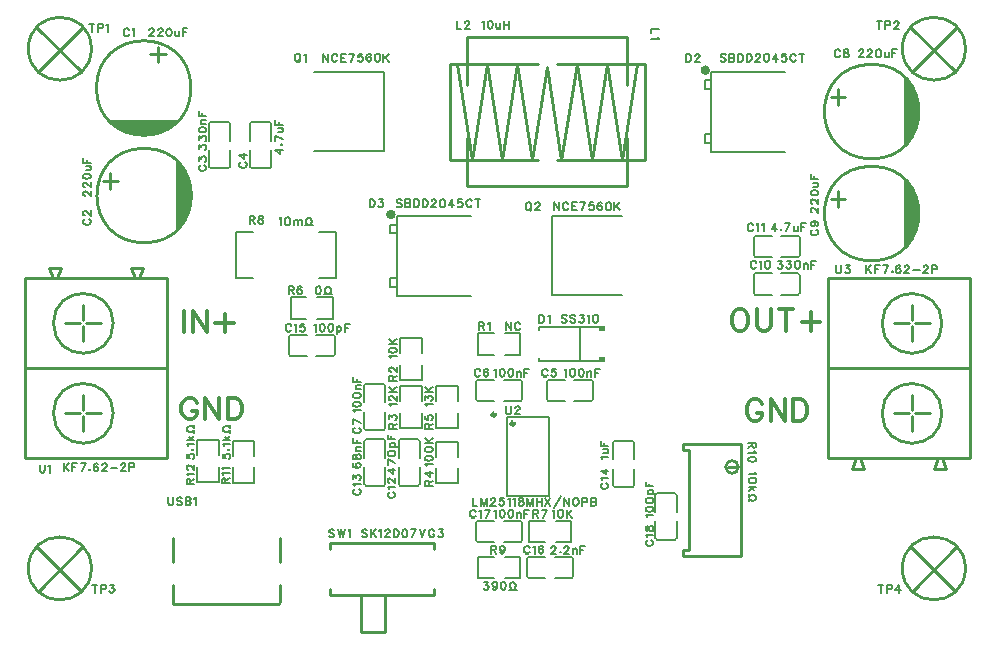
<source format=gto>
G04 Layer: TopSilkscreenLayer*
G04 EasyEDA Pro v2.2.37.7, 2025-04-09 10:13:22*
G04 Gerber Generator version 0.3*
G04 Scale: 100 percent, Rotated: No, Reflected: No*
G04 Dimensions in millimeters*
G04 Leading zeros omitted, absolute positions, 4 integers and 5 decimals*
%FSLAX45Y45*%
%MOMM*%
%ADD10C,0.3*%
%ADD11C,0.1524*%
%ADD12C,0.254*%
%ADD13C,0.15199*%
%ADD14C,0.4*%
G75*


G04 Text Start*
G54D10*
G01X1348486Y-2513076D02*
G01X1348486Y-2693416D01*
G01X1419606Y-2513076D02*
G01X1419606Y-2693416D01*
G01X1419606Y-2513076D02*
G01X1540002Y-2693416D01*
G01X1540002Y-2513076D02*
G01X1540002Y-2693416D01*
G01X1688592Y-2538984D02*
G01X1688592Y-2693416D01*
G01X1611122Y-2616200D02*
G01X1765808Y-2616200D01*
G01X1451864Y-3292602D02*
G01X1443228Y-3275584D01*
G01X1426210Y-3258312D01*
G01X1408938Y-3249676D01*
G01X1374648Y-3249676D01*
G01X1357376Y-3258312D01*
G01X1340358Y-3275584D01*
G01X1331722Y-3292602D01*
G01X1323086Y-3318510D01*
G01X1323086Y-3361436D01*
G01X1331722Y-3387090D01*
G01X1340358Y-3404362D01*
G01X1357376Y-3421380D01*
G01X1374648Y-3430016D01*
G01X1408938Y-3430016D01*
G01X1426210Y-3421380D01*
G01X1443228Y-3404362D01*
G01X1451864Y-3387090D01*
G01X1451864Y-3361436D01*
G01X1408938Y-3361436D02*
G01X1451864Y-3361436D01*
G01X1522984Y-3249676D02*
G01X1522984Y-3430016D01*
G01X1522984Y-3249676D02*
G01X1643380Y-3430016D01*
G01X1643380Y-3249676D02*
G01X1643380Y-3430016D01*
G01X1714500Y-3249676D02*
G01X1714500Y-3430016D01*
G01X1714500Y-3249676D02*
G01X1774698Y-3249676D01*
G01X1800352Y-3258312D01*
G01X1817624Y-3275584D01*
G01X1826260Y-3292602D01*
G01X1834896Y-3318510D01*
G01X1834896Y-3361436D01*
G01X1826260Y-3387090D01*
G01X1817624Y-3404362D01*
G01X1800352Y-3421380D01*
G01X1774698Y-3430016D01*
G01X1714500Y-3430016D01*
G01X6239764Y-3305302D02*
G01X6231128Y-3288284D01*
G01X6214110Y-3271012D01*
G01X6196838Y-3262376D01*
G01X6162548Y-3262376D01*
G01X6145276Y-3271012D01*
G01X6128258Y-3288284D01*
G01X6119622Y-3305302D01*
G01X6110986Y-3331210D01*
G01X6110986Y-3374136D01*
G01X6119622Y-3399790D01*
G01X6128258Y-3417062D01*
G01X6145276Y-3434080D01*
G01X6162548Y-3442716D01*
G01X6196838Y-3442716D01*
G01X6214110Y-3434080D01*
G01X6231128Y-3417062D01*
G01X6239764Y-3399790D01*
G01X6239764Y-3374136D01*
G01X6196838Y-3374136D02*
G01X6239764Y-3374136D01*
G01X6310884Y-3262376D02*
G01X6310884Y-3442716D01*
G01X6310884Y-3262376D02*
G01X6431280Y-3442716D01*
G01X6431280Y-3262376D02*
G01X6431280Y-3442716D01*
G01X6502400Y-3262376D02*
G01X6502400Y-3442716D01*
G01X6502400Y-3262376D02*
G01X6562598Y-3262376D01*
G01X6588252Y-3271012D01*
G01X6605524Y-3288284D01*
G01X6614160Y-3305302D01*
G01X6622796Y-3331210D01*
G01X6622796Y-3374136D01*
G01X6614160Y-3399790D01*
G01X6605524Y-3417062D01*
G01X6588252Y-3434080D01*
G01X6562598Y-3442716D01*
G01X6502400Y-3442716D01*
G01X6035548Y-2500376D02*
G01X6018276Y-2509012D01*
G01X6001258Y-2526284D01*
G01X5992622Y-2543302D01*
G01X5983986Y-2569210D01*
G01X5983986Y-2612136D01*
G01X5992622Y-2637790D01*
G01X6001258Y-2655062D01*
G01X6018276Y-2672080D01*
G01X6035548Y-2680716D01*
G01X6069838Y-2680716D01*
G01X6087110Y-2672080D01*
G01X6104128Y-2655062D01*
G01X6112764Y-2637790D01*
G01X6121400Y-2612136D01*
G01X6121400Y-2569210D01*
G01X6112764Y-2543302D01*
G01X6104128Y-2526284D01*
G01X6087110Y-2509012D01*
G01X6069838Y-2500376D01*
G01X6035548Y-2500376D01*
G01X6192520Y-2500376D02*
G01X6192520Y-2629154D01*
G01X6201156Y-2655062D01*
G01X6218428Y-2672080D01*
G01X6244082Y-2680716D01*
G01X6261354Y-2680716D01*
G01X6287008Y-2672080D01*
G01X6304280Y-2655062D01*
G01X6312916Y-2629154D01*
G01X6312916Y-2500376D01*
G01X6444234Y-2500376D02*
G01X6444234Y-2680716D01*
G01X6384036Y-2500376D02*
G01X6504432Y-2500376D01*
G01X6653022Y-2526284D02*
G01X6653022Y-2680716D01*
G01X6575552Y-2603500D02*
G01X6730238Y-2603500D01*
G54D11*
G01X4071620Y-3322066D02*
G01X4071620Y-3368548D01*
G01X4074668Y-3377692D01*
G01X4081018Y-3384042D01*
G01X4090162Y-3387090D01*
G01X4096512Y-3387090D01*
G01X4105656Y-3384042D01*
G01X4111752Y-3377692D01*
G01X4115054Y-3368548D01*
G01X4115054Y-3322066D01*
G01X4148328Y-3337560D02*
G01X4148328Y-3334512D01*
G01X4151376Y-3328162D01*
G01X4154424Y-3325114D01*
G01X4160520Y-3322066D01*
G01X4172966Y-3322066D01*
G01X4179316Y-3325114D01*
G01X4182364Y-3328162D01*
G01X4185412Y-3334512D01*
G01X4185412Y-3340608D01*
G01X4182364Y-3346704D01*
G01X4176014Y-3356102D01*
G01X4145280Y-3387090D01*
G01X4188460Y-3387090D01*
G01X3792220Y-4096766D02*
G01X3792220Y-4161790D01*
G01X3792220Y-4161790D02*
G01X3829304Y-4161790D01*
G01X3859530Y-4096766D02*
G01X3859530Y-4161790D01*
G01X3859530Y-4096766D02*
G01X3884168Y-4161790D01*
G01X3909060Y-4096766D02*
G01X3884168Y-4161790D01*
G01X3909060Y-4096766D02*
G01X3909060Y-4161790D01*
G01X3942334Y-4112260D02*
G01X3942334Y-4109212D01*
G01X3945382Y-4102862D01*
G01X3948430Y-4099814D01*
G01X3954526Y-4096766D01*
G01X3966972Y-4096766D01*
G01X3973322Y-4099814D01*
G01X3976370Y-4102862D01*
G01X3979418Y-4109212D01*
G01X3979418Y-4115308D01*
G01X3976370Y-4121404D01*
G01X3970020Y-4130802D01*
G01X3939286Y-4161790D01*
G01X3982466Y-4161790D01*
G01X4049776Y-4096766D02*
G01X4018788Y-4096766D01*
G01X4015740Y-4124452D01*
G01X4018788Y-4121404D01*
G01X4027932Y-4118356D01*
G01X4037330Y-4118356D01*
G01X4046728Y-4121404D01*
G01X4052824Y-4127754D01*
G01X4055872Y-4136898D01*
G01X4055872Y-4143248D01*
G01X4052824Y-4152392D01*
G01X4046728Y-4158742D01*
G01X4037330Y-4161790D01*
G01X4027932Y-4161790D01*
G01X4018788Y-4158742D01*
G01X4015740Y-4155440D01*
G01X4012692Y-4149344D01*
G01X4086098Y-4109212D02*
G01X4092194Y-4105910D01*
G01X4101338Y-4096766D01*
G01X4101338Y-4161790D01*
G01X4131564Y-4109212D02*
G01X4137660Y-4105910D01*
G01X4146804Y-4096766D01*
G01X4146804Y-4161790D01*
G01X4192270Y-4096766D02*
G01X4183126Y-4099814D01*
G01X4180078Y-4105910D01*
G01X4180078Y-4112260D01*
G01X4183126Y-4118356D01*
G01X4189222Y-4121404D01*
G01X4201668Y-4124452D01*
G01X4211066Y-4127754D01*
G01X4217162Y-4133850D01*
G01X4220210Y-4139946D01*
G01X4220210Y-4149344D01*
G01X4217162Y-4155440D01*
G01X4214114Y-4158742D01*
G01X4204716Y-4161790D01*
G01X4192270Y-4161790D01*
G01X4183126Y-4158742D01*
G01X4180078Y-4155440D01*
G01X4177030Y-4149344D01*
G01X4177030Y-4139946D01*
G01X4180078Y-4133850D01*
G01X4186174Y-4127754D01*
G01X4195572Y-4124452D01*
G01X4207764Y-4121404D01*
G01X4214114Y-4118356D01*
G01X4217162Y-4112260D01*
G01X4217162Y-4105910D01*
G01X4214114Y-4099814D01*
G01X4204716Y-4096766D01*
G01X4192270Y-4096766D01*
G01X4250436Y-4096766D02*
G01X4250436Y-4161790D01*
G01X4250436Y-4096766D02*
G01X4275074Y-4161790D01*
G01X4299966Y-4096766D02*
G01X4275074Y-4161790D01*
G01X4299966Y-4096766D02*
G01X4299966Y-4161790D01*
G01X4330192Y-4096766D02*
G01X4330192Y-4161790D01*
G01X4373372Y-4096766D02*
G01X4373372Y-4161790D01*
G01X4330192Y-4127754D02*
G01X4373372Y-4127754D01*
G01X4403598Y-4096766D02*
G01X4446778Y-4161790D01*
G01X4446778Y-4096766D02*
G01X4403598Y-4161790D01*
G01X4532630Y-4084320D02*
G01X4477004Y-4183380D01*
G01X4562856Y-4096766D02*
G01X4562856Y-4161790D01*
G01X4562856Y-4096766D02*
G01X4606036Y-4161790D01*
G01X4606036Y-4096766D02*
G01X4606036Y-4161790D01*
G01X4654804Y-4096766D02*
G01X4648454Y-4099814D01*
G01X4642358Y-4105910D01*
G01X4639310Y-4112260D01*
G01X4636262Y-4121404D01*
G01X4636262Y-4136898D01*
G01X4639310Y-4146296D01*
G01X4642358Y-4152392D01*
G01X4648454Y-4158742D01*
G01X4654804Y-4161790D01*
G01X4666996Y-4161790D01*
G01X4673346Y-4158742D01*
G01X4679442Y-4152392D01*
G01X4682490Y-4146296D01*
G01X4685792Y-4136898D01*
G01X4685792Y-4121404D01*
G01X4682490Y-4112260D01*
G01X4679442Y-4105910D01*
G01X4673346Y-4099814D01*
G01X4666996Y-4096766D01*
G01X4654804Y-4096766D01*
G01X4716018Y-4096766D02*
G01X4716018Y-4161790D01*
G01X4716018Y-4096766D02*
G01X4743704Y-4096766D01*
G01X4753102Y-4099814D01*
G01X4756150Y-4102862D01*
G01X4759198Y-4109212D01*
G01X4759198Y-4118356D01*
G01X4756150Y-4124452D01*
G01X4753102Y-4127754D01*
G01X4743704Y-4130802D01*
G01X4716018Y-4130802D01*
G01X4789424Y-4096766D02*
G01X4789424Y-4161790D01*
G01X4789424Y-4096766D02*
G01X4817110Y-4096766D01*
G01X4826508Y-4099814D01*
G01X4829556Y-4102862D01*
G01X4832604Y-4109212D01*
G01X4832604Y-4115308D01*
G01X4829556Y-4121404D01*
G01X4826508Y-4124452D01*
G01X4817110Y-4127754D01*
G01X4789424Y-4127754D02*
G01X4817110Y-4127754D01*
G01X4826508Y-4130802D01*
G01X4829556Y-4133850D01*
G01X4832604Y-4139946D01*
G01X4832604Y-4149344D01*
G01X4829556Y-4155440D01*
G01X4826508Y-4158742D01*
G01X4817110Y-4161790D01*
G01X4789424Y-4161790D01*
G01X3080766Y-3103880D02*
G01X3145790Y-3103880D01*
G01X3080766Y-3103880D02*
G01X3080766Y-3075940D01*
G01X3083814Y-3066796D01*
G01X3086862Y-3063748D01*
G01X3093212Y-3060446D01*
G01X3099308Y-3060446D01*
G01X3105404Y-3063748D01*
G01X3108452Y-3066796D01*
G01X3111754Y-3075940D01*
G01X3111754Y-3103880D01*
G01X3111754Y-3082290D02*
G01X3145790Y-3060446D01*
G01X3096260Y-3027172D02*
G01X3093212Y-3027172D01*
G01X3086862Y-3024124D01*
G01X3083814Y-3021076D01*
G01X3080766Y-3014980D01*
G01X3080766Y-3002534D01*
G01X3083814Y-2996184D01*
G01X3086862Y-2993136D01*
G01X3093212Y-2990088D01*
G01X3099308Y-2990088D01*
G01X3105404Y-2993136D01*
G01X3114802Y-2999486D01*
G01X3145790Y-3030220D01*
G01X3145790Y-2987040D01*
G01X3093212Y-2913380D02*
G01X3089910Y-2907284D01*
G01X3080766Y-2897886D01*
G01X3145790Y-2897886D01*
G01X3080766Y-2849118D02*
G01X3083814Y-2858516D01*
G01X3093212Y-2864612D01*
G01X3108452Y-2867660D01*
G01X3117850Y-2867660D01*
G01X3133344Y-2864612D01*
G01X3142742Y-2858516D01*
G01X3145790Y-2849118D01*
G01X3145790Y-2843022D01*
G01X3142742Y-2833624D01*
G01X3133344Y-2827528D01*
G01X3117850Y-2824480D01*
G01X3108452Y-2824480D01*
G01X3093212Y-2827528D01*
G01X3083814Y-2833624D01*
G01X3080766Y-2843022D01*
G01X3080766Y-2849118D01*
G01X3080766Y-2794254D02*
G01X3145790Y-2794254D01*
G01X3080766Y-2751074D02*
G01X3123946Y-2794254D01*
G01X3108452Y-2779014D02*
G01X3145790Y-2751074D01*
G01X3080766Y-3510280D02*
G01X3145790Y-3510280D01*
G01X3080766Y-3510280D02*
G01X3080766Y-3482340D01*
G01X3083814Y-3473196D01*
G01X3086862Y-3470148D01*
G01X3093212Y-3466846D01*
G01X3099308Y-3466846D01*
G01X3105404Y-3470148D01*
G01X3108452Y-3473196D01*
G01X3111754Y-3482340D01*
G01X3111754Y-3510280D01*
G01X3111754Y-3488690D02*
G01X3145790Y-3466846D01*
G01X3080766Y-3430524D02*
G01X3080766Y-3396488D01*
G01X3105404Y-3415030D01*
G01X3105404Y-3405886D01*
G01X3108452Y-3399536D01*
G01X3111754Y-3396488D01*
G01X3120898Y-3393440D01*
G01X3127248Y-3393440D01*
G01X3136392Y-3396488D01*
G01X3142742Y-3402584D01*
G01X3145790Y-3411982D01*
G01X3145790Y-3421380D01*
G01X3142742Y-3430524D01*
G01X3139440Y-3433572D01*
G01X3133344Y-3436620D01*
G01X3093212Y-3319780D02*
G01X3089910Y-3313684D01*
G01X3080766Y-3304286D01*
G01X3145790Y-3304286D01*
G01X3096260Y-3271012D02*
G01X3093212Y-3271012D01*
G01X3086862Y-3267964D01*
G01X3083814Y-3264916D01*
G01X3080766Y-3258820D01*
G01X3080766Y-3246374D01*
G01X3083814Y-3240024D01*
G01X3086862Y-3236976D01*
G01X3093212Y-3233928D01*
G01X3099308Y-3233928D01*
G01X3105404Y-3236976D01*
G01X3114802Y-3243326D01*
G01X3145790Y-3274060D01*
G01X3145790Y-3230880D01*
G01X3080766Y-3200654D02*
G01X3145790Y-3200654D01*
G01X3080766Y-3157474D02*
G01X3123946Y-3200654D01*
G01X3108452Y-3185414D02*
G01X3145790Y-3157474D01*
G01X3851402Y-3020060D02*
G01X3848354Y-3013710D01*
G01X3842004Y-3007614D01*
G01X3835908Y-3004566D01*
G01X3823462Y-3004566D01*
G01X3817366Y-3007614D01*
G01X3811016Y-3013710D01*
G01X3807968Y-3020060D01*
G01X3804920Y-3029204D01*
G01X3804920Y-3044698D01*
G01X3807968Y-3054096D01*
G01X3811016Y-3060192D01*
G01X3817366Y-3066542D01*
G01X3823462Y-3069590D01*
G01X3835908Y-3069590D01*
G01X3842004Y-3066542D01*
G01X3848354Y-3060192D01*
G01X3851402Y-3054096D01*
G01X3918712Y-3013710D02*
G01X3915664Y-3007614D01*
G01X3906266Y-3004566D01*
G01X3900170Y-3004566D01*
G01X3890772Y-3007614D01*
G01X3884676Y-3017012D01*
G01X3881628Y-3032252D01*
G01X3881628Y-3047746D01*
G01X3884676Y-3060192D01*
G01X3890772Y-3066542D01*
G01X3900170Y-3069590D01*
G01X3903218Y-3069590D01*
G01X3912362Y-3066542D01*
G01X3918712Y-3060192D01*
G01X3921760Y-3051048D01*
G01X3921760Y-3047746D01*
G01X3918712Y-3038602D01*
G01X3912362Y-3032252D01*
G01X3903218Y-3029204D01*
G01X3900170Y-3029204D01*
G01X3890772Y-3032252D01*
G01X3884676Y-3038602D01*
G01X3881628Y-3047746D01*
G01X3970020Y-3017012D02*
G01X3976116Y-3013710D01*
G01X3985514Y-3004566D01*
G01X3985514Y-3069590D01*
G01X4034282Y-3004566D02*
G01X4024884Y-3007614D01*
G01X4018788Y-3017012D01*
G01X4015740Y-3032252D01*
G01X4015740Y-3041650D01*
G01X4018788Y-3057144D01*
G01X4024884Y-3066542D01*
G01X4034282Y-3069590D01*
G01X4040378Y-3069590D01*
G01X4049776Y-3066542D01*
G01X4055872Y-3057144D01*
G01X4058920Y-3041650D01*
G01X4058920Y-3032252D01*
G01X4055872Y-3017012D01*
G01X4049776Y-3007614D01*
G01X4040378Y-3004566D01*
G01X4034282Y-3004566D01*
G01X4107688Y-3004566D02*
G01X4098290Y-3007614D01*
G01X4092194Y-3017012D01*
G01X4089146Y-3032252D01*
G01X4089146Y-3041650D01*
G01X4092194Y-3057144D01*
G01X4098290Y-3066542D01*
G01X4107688Y-3069590D01*
G01X4113784Y-3069590D01*
G01X4123182Y-3066542D01*
G01X4129278Y-3057144D01*
G01X4132326Y-3041650D01*
G01X4132326Y-3032252D01*
G01X4129278Y-3017012D01*
G01X4123182Y-3007614D01*
G01X4113784Y-3004566D01*
G01X4107688Y-3004566D01*
G01X4162552Y-3026156D02*
G01X4162552Y-3069590D01*
G01X4162552Y-3038602D02*
G01X4171696Y-3029204D01*
G01X4177792Y-3026156D01*
G01X4187190Y-3026156D01*
G01X4193286Y-3029204D01*
G01X4196588Y-3038602D01*
G01X4196588Y-3069590D01*
G01X4226814Y-3004566D02*
G01X4226814Y-3069590D01*
G01X4226814Y-3004566D02*
G01X4266946Y-3004566D01*
G01X4226814Y-3035554D02*
G01X4251452Y-3035554D01*
G01X3385566Y-3992880D02*
G01X3450590Y-3992880D01*
G01X3385566Y-3992880D02*
G01X3385566Y-3964940D01*
G01X3388614Y-3955796D01*
G01X3391662Y-3952748D01*
G01X3398012Y-3949446D01*
G01X3404108Y-3949446D01*
G01X3410204Y-3952748D01*
G01X3413252Y-3955796D01*
G01X3416554Y-3964940D01*
G01X3416554Y-3992880D01*
G01X3416554Y-3971290D02*
G01X3450590Y-3949446D01*
G01X3385566Y-3888486D02*
G01X3428746Y-3919220D01*
G01X3428746Y-3872992D01*
G01X3385566Y-3888486D02*
G01X3450590Y-3888486D01*
G01X3398012Y-3827780D02*
G01X3394710Y-3821684D01*
G01X3385566Y-3812286D01*
G01X3450590Y-3812286D01*
G01X3385566Y-3763518D02*
G01X3388614Y-3772916D01*
G01X3398012Y-3779012D01*
G01X3413252Y-3782060D01*
G01X3422650Y-3782060D01*
G01X3438144Y-3779012D01*
G01X3447542Y-3772916D01*
G01X3450590Y-3763518D01*
G01X3450590Y-3757422D01*
G01X3447542Y-3748024D01*
G01X3438144Y-3741928D01*
G01X3422650Y-3738880D01*
G01X3413252Y-3738880D01*
G01X3398012Y-3741928D01*
G01X3388614Y-3748024D01*
G01X3385566Y-3757422D01*
G01X3385566Y-3763518D01*
G01X3385566Y-3690112D02*
G01X3388614Y-3699510D01*
G01X3398012Y-3705606D01*
G01X3413252Y-3708654D01*
G01X3422650Y-3708654D01*
G01X3438144Y-3705606D01*
G01X3447542Y-3699510D01*
G01X3450590Y-3690112D01*
G01X3450590Y-3684016D01*
G01X3447542Y-3674618D01*
G01X3438144Y-3668522D01*
G01X3422650Y-3665474D01*
G01X3413252Y-3665474D01*
G01X3398012Y-3668522D01*
G01X3388614Y-3674618D01*
G01X3385566Y-3684016D01*
G01X3385566Y-3690112D01*
G01X3385566Y-3635248D02*
G01X3450590Y-3635248D01*
G01X3385566Y-3592068D02*
G01X3428746Y-3635248D01*
G01X3413252Y-3620008D02*
G01X3450590Y-3592068D01*
G01X3385566Y-3510280D02*
G01X3450590Y-3510280D01*
G01X3385566Y-3510280D02*
G01X3385566Y-3482340D01*
G01X3388614Y-3473196D01*
G01X3391662Y-3470148D01*
G01X3398012Y-3466846D01*
G01X3404108Y-3466846D01*
G01X3410204Y-3470148D01*
G01X3413252Y-3473196D01*
G01X3416554Y-3482340D01*
G01X3416554Y-3510280D01*
G01X3416554Y-3488690D02*
G01X3450590Y-3466846D01*
G01X3385566Y-3399536D02*
G01X3385566Y-3430524D01*
G01X3413252Y-3433572D01*
G01X3410204Y-3430524D01*
G01X3407156Y-3421380D01*
G01X3407156Y-3411982D01*
G01X3410204Y-3402584D01*
G01X3416554Y-3396488D01*
G01X3425698Y-3393440D01*
G01X3432048Y-3393440D01*
G01X3441192Y-3396488D01*
G01X3447542Y-3402584D01*
G01X3450590Y-3411982D01*
G01X3450590Y-3421380D01*
G01X3447542Y-3430524D01*
G01X3444240Y-3433572D01*
G01X3438144Y-3436620D01*
G01X3398012Y-3319780D02*
G01X3394710Y-3313684D01*
G01X3385566Y-3304286D01*
G01X3450590Y-3304286D01*
G01X3385566Y-3267964D02*
G01X3385566Y-3233928D01*
G01X3410204Y-3252470D01*
G01X3410204Y-3243326D01*
G01X3413252Y-3236976D01*
G01X3416554Y-3233928D01*
G01X3425698Y-3230880D01*
G01X3432048Y-3230880D01*
G01X3441192Y-3233928D01*
G01X3447542Y-3240024D01*
G01X3450590Y-3249422D01*
G01X3450590Y-3258820D01*
G01X3447542Y-3267964D01*
G01X3444240Y-3271012D01*
G01X3438144Y-3274060D01*
G01X3385566Y-3200654D02*
G01X3450590Y-3200654D01*
G01X3385566Y-3157474D02*
G01X3428746Y-3200654D01*
G01X3413252Y-3185414D02*
G01X3450590Y-3157474D01*
G01X3083560Y-4047998D02*
G01X3077210Y-4051046D01*
G01X3071114Y-4057396D01*
G01X3068066Y-4063492D01*
G01X3068066Y-4075938D01*
G01X3071114Y-4082034D01*
G01X3077210Y-4088384D01*
G01X3083560Y-4091432D01*
G01X3092704Y-4094480D01*
G01X3108198Y-4094480D01*
G01X3117596Y-4091432D01*
G01X3123692Y-4088384D01*
G01X3130042Y-4082034D01*
G01X3133090Y-4075938D01*
G01X3133090Y-4063492D01*
G01X3130042Y-4057396D01*
G01X3123692Y-4051046D01*
G01X3117596Y-4047998D01*
G01X3080512Y-4017772D02*
G01X3077210Y-4011676D01*
G01X3068066Y-4002532D01*
G01X3133090Y-4002532D01*
G01X3083560Y-3969258D02*
G01X3080512Y-3969258D01*
G01X3074162Y-3966210D01*
G01X3071114Y-3963162D01*
G01X3068066Y-3957066D01*
G01X3068066Y-3944620D01*
G01X3071114Y-3938270D01*
G01X3074162Y-3935222D01*
G01X3080512Y-3932174D01*
G01X3086608Y-3932174D01*
G01X3092704Y-3935222D01*
G01X3102102Y-3941572D01*
G01X3133090Y-3972306D01*
G01X3133090Y-3929126D01*
G01X3068066Y-3860292D02*
G01X3111246Y-3891280D01*
G01X3111246Y-3844798D01*
G01X3068066Y-3860292D02*
G01X3133090Y-3860292D01*
G01X3068066Y-3771392D02*
G01X3133090Y-3802380D01*
G01X3068066Y-3814572D02*
G01X3068066Y-3771392D01*
G01X3068066Y-3722624D02*
G01X3071114Y-3732022D01*
G01X3080512Y-3738118D01*
G01X3095752Y-3741166D01*
G01X3105150Y-3741166D01*
G01X3120644Y-3738118D01*
G01X3130042Y-3732022D01*
G01X3133090Y-3722624D01*
G01X3133090Y-3716528D01*
G01X3130042Y-3707130D01*
G01X3120644Y-3701034D01*
G01X3105150Y-3697986D01*
G01X3095752Y-3697986D01*
G01X3080512Y-3701034D01*
G01X3071114Y-3707130D01*
G01X3068066Y-3716528D01*
G01X3068066Y-3722624D01*
G01X3089656Y-3667760D02*
G01X3154680Y-3667760D01*
G01X3099054Y-3667760D02*
G01X3092704Y-3661664D01*
G01X3089656Y-3655568D01*
G01X3089656Y-3646170D01*
G01X3092704Y-3640074D01*
G01X3099054Y-3633724D01*
G01X3108198Y-3630676D01*
G01X3114548Y-3630676D01*
G01X3123692Y-3633724D01*
G01X3130042Y-3640074D01*
G01X3133090Y-3646170D01*
G01X3133090Y-3655568D01*
G01X3130042Y-3661664D01*
G01X3123692Y-3667760D01*
G01X3068066Y-3600450D02*
G01X3133090Y-3600450D01*
G01X3068066Y-3600450D02*
G01X3068066Y-3560318D01*
G01X3099054Y-3600450D02*
G01X3099054Y-3575812D01*
G01X2791460Y-4022598D02*
G01X2785110Y-4025646D01*
G01X2779014Y-4031996D01*
G01X2775966Y-4038092D01*
G01X2775966Y-4050538D01*
G01X2779014Y-4056634D01*
G01X2785110Y-4062984D01*
G01X2791460Y-4066032D01*
G01X2800604Y-4069080D01*
G01X2816098Y-4069080D01*
G01X2825496Y-4066032D01*
G01X2831592Y-4062984D01*
G01X2837942Y-4056634D01*
G01X2840990Y-4050538D01*
G01X2840990Y-4038092D01*
G01X2837942Y-4031996D01*
G01X2831592Y-4025646D01*
G01X2825496Y-4022598D01*
G01X2788412Y-3992372D02*
G01X2785110Y-3986276D01*
G01X2775966Y-3977132D01*
G01X2840990Y-3977132D01*
G01X2775966Y-3940810D02*
G01X2775966Y-3906774D01*
G01X2800604Y-3925316D01*
G01X2800604Y-3916172D01*
G01X2803652Y-3909822D01*
G01X2806954Y-3906774D01*
G01X2816098Y-3903726D01*
G01X2822448Y-3903726D01*
G01X2831592Y-3906774D01*
G01X2837942Y-3912870D01*
G01X2840990Y-3922268D01*
G01X2840990Y-3931666D01*
G01X2837942Y-3940810D01*
G01X2834640Y-3943858D01*
G01X2828544Y-3946906D01*
G01X2785110Y-3803396D02*
G01X2779014Y-3806444D01*
G01X2775966Y-3815588D01*
G01X2775966Y-3821938D01*
G01X2779014Y-3831082D01*
G01X2788412Y-3837432D01*
G01X2803652Y-3840480D01*
G01X2819146Y-3840480D01*
G01X2831592Y-3837432D01*
G01X2837942Y-3831082D01*
G01X2840990Y-3821938D01*
G01X2840990Y-3818890D01*
G01X2837942Y-3809492D01*
G01X2831592Y-3803396D01*
G01X2822448Y-3800348D01*
G01X2819146Y-3800348D01*
G01X2810002Y-3803396D01*
G01X2803652Y-3809492D01*
G01X2800604Y-3818890D01*
G01X2800604Y-3821938D01*
G01X2803652Y-3831082D01*
G01X2810002Y-3837432D01*
G01X2819146Y-3840480D01*
G01X2775966Y-3754882D02*
G01X2779014Y-3764026D01*
G01X2785110Y-3767074D01*
G01X2791460Y-3767074D01*
G01X2797556Y-3764026D01*
G01X2800604Y-3757930D01*
G01X2803652Y-3745484D01*
G01X2806954Y-3736086D01*
G01X2813050Y-3729990D01*
G01X2819146Y-3726942D01*
G01X2828544Y-3726942D01*
G01X2834640Y-3729990D01*
G01X2837942Y-3733038D01*
G01X2840990Y-3742436D01*
G01X2840990Y-3754882D01*
G01X2837942Y-3764026D01*
G01X2834640Y-3767074D01*
G01X2828544Y-3770122D01*
G01X2819146Y-3770122D01*
G01X2813050Y-3767074D01*
G01X2806954Y-3760978D01*
G01X2803652Y-3751580D01*
G01X2800604Y-3739388D01*
G01X2797556Y-3733038D01*
G01X2791460Y-3729990D01*
G01X2785110Y-3729990D01*
G01X2779014Y-3733038D01*
G01X2775966Y-3742436D01*
G01X2775966Y-3754882D01*
G01X2797556Y-3696716D02*
G01X2840990Y-3696716D01*
G01X2810002Y-3696716D02*
G01X2800604Y-3687572D01*
G01X2797556Y-3681476D01*
G01X2797556Y-3672078D01*
G01X2800604Y-3665982D01*
G01X2810002Y-3662680D01*
G01X2840990Y-3662680D01*
G01X2775966Y-3632454D02*
G01X2840990Y-3632454D01*
G01X2775966Y-3632454D02*
G01X2775966Y-3592322D01*
G01X2806954Y-3632454D02*
G01X2806954Y-3607816D01*
G01X5367274Y-126883D02*
G01X5302250Y-126883D01*
G01X5302250Y-126883D02*
G01X5302250Y-163967D01*
G01X5354828Y-194193D02*
G01X5358130Y-200289D01*
G01X5367274Y-209433D01*
G01X5302250Y-209433D01*
G01X3868420Y-70612D02*
G01X3874516Y-67310D01*
G01X3883914Y-58166D01*
G01X3883914Y-123190D01*
G01X3932682Y-58166D02*
G01X3923284Y-61214D01*
G01X3917188Y-70612D01*
G01X3914140Y-85852D01*
G01X3914140Y-95250D01*
G01X3917188Y-110744D01*
G01X3923284Y-120142D01*
G01X3932682Y-123190D01*
G01X3938778Y-123190D01*
G01X3948176Y-120142D01*
G01X3954272Y-110744D01*
G01X3957320Y-95250D01*
G01X3957320Y-85852D01*
G01X3954272Y-70612D01*
G01X3948176Y-61214D01*
G01X3938778Y-58166D01*
G01X3932682Y-58166D01*
G01X3987546Y-79756D02*
G01X3987546Y-110744D01*
G01X3990594Y-120142D01*
G01X3996690Y-123190D01*
G01X4006088Y-123190D01*
G01X4012184Y-120142D01*
G01X4021582Y-110744D01*
G01X4021582Y-79756D02*
G01X4021582Y-123190D01*
G01X4051808Y-58166D02*
G01X4051808Y-123190D01*
G01X4094988Y-58166D02*
G01X4094988Y-123190D01*
G01X4051808Y-89154D02*
G01X4094988Y-89154D01*
G01X2299462Y-337566D02*
G01X2293366Y-340614D01*
G01X2287016Y-346710D01*
G01X2283968Y-353060D01*
G01X2280920Y-362204D01*
G01X2280920Y-377698D01*
G01X2283968Y-387096D01*
G01X2287016Y-393192D01*
G01X2293366Y-399542D01*
G01X2299462Y-402590D01*
G01X2311908Y-402590D01*
G01X2318004Y-399542D01*
G01X2324354Y-393192D01*
G01X2327402Y-387096D01*
G01X2330450Y-377698D01*
G01X2330450Y-362204D01*
G01X2327402Y-353060D01*
G01X2324354Y-346710D01*
G01X2318004Y-340614D01*
G01X2311908Y-337566D01*
G01X2299462Y-337566D01*
G01X2308860Y-390144D02*
G01X2327402Y-408686D01*
G01X2360676Y-350012D02*
G01X2366772Y-346710D01*
G01X2375916Y-337566D01*
G01X2375916Y-402590D01*
G01X2522220Y-337566D02*
G01X2522220Y-402590D01*
G01X2522220Y-337566D02*
G01X2565654Y-402590D01*
G01X2565654Y-337566D02*
G01X2565654Y-402590D01*
G01X2642108Y-353060D02*
G01X2639060Y-346710D01*
G01X2632964Y-340614D01*
G01X2626614Y-337566D01*
G01X2614422Y-337566D01*
G01X2608072Y-340614D01*
G01X2601976Y-346710D01*
G01X2598928Y-353060D01*
G01X2595880Y-362204D01*
G01X2595880Y-377698D01*
G01X2598928Y-387096D01*
G01X2601976Y-393192D01*
G01X2608072Y-399542D01*
G01X2614422Y-402590D01*
G01X2626614Y-402590D01*
G01X2632964Y-399542D01*
G01X2639060Y-393192D01*
G01X2642108Y-387096D01*
G01X2672334Y-337566D02*
G01X2672334Y-402590D01*
G01X2672334Y-337566D02*
G01X2712466Y-337566D01*
G01X2672334Y-368554D02*
G01X2696972Y-368554D01*
G01X2672334Y-402590D02*
G01X2712466Y-402590D01*
G01X2785872Y-337566D02*
G01X2754884Y-402590D01*
G01X2742692Y-337566D02*
G01X2785872Y-337566D01*
G01X2853182Y-337566D02*
G01X2822194Y-337566D01*
G01X2819146Y-365252D01*
G01X2822194Y-362204D01*
G01X2831338Y-359156D01*
G01X2840736Y-359156D01*
G01X2850134Y-362204D01*
G01X2856230Y-368554D01*
G01X2859278Y-377698D01*
G01X2859278Y-384048D01*
G01X2856230Y-393192D01*
G01X2850134Y-399542D01*
G01X2840736Y-402590D01*
G01X2831338Y-402590D01*
G01X2822194Y-399542D01*
G01X2819146Y-396240D01*
G01X2816098Y-390144D01*
G01X2926588Y-346710D02*
G01X2923540Y-340614D01*
G01X2914142Y-337566D01*
G01X2908046Y-337566D01*
G01X2898648Y-340614D01*
G01X2892552Y-350012D01*
G01X2889504Y-365252D01*
G01X2889504Y-380746D01*
G01X2892552Y-393192D01*
G01X2898648Y-399542D01*
G01X2908046Y-402590D01*
G01X2911094Y-402590D01*
G01X2920238Y-399542D01*
G01X2926588Y-393192D01*
G01X2929636Y-384048D01*
G01X2929636Y-380746D01*
G01X2926588Y-371602D01*
G01X2920238Y-365252D01*
G01X2911094Y-362204D01*
G01X2908046Y-362204D01*
G01X2898648Y-365252D01*
G01X2892552Y-371602D01*
G01X2889504Y-380746D01*
G01X2978404Y-337566D02*
G01X2969006Y-340614D01*
G01X2962910Y-350012D01*
G01X2959862Y-365252D01*
G01X2959862Y-374650D01*
G01X2962910Y-390144D01*
G01X2969006Y-399542D01*
G01X2978404Y-402590D01*
G01X2984500Y-402590D01*
G01X2993898Y-399542D01*
G01X2999994Y-390144D01*
G01X3003042Y-374650D01*
G01X3003042Y-365252D01*
G01X2999994Y-350012D01*
G01X2993898Y-340614D01*
G01X2984500Y-337566D01*
G01X2978404Y-337566D01*
G01X3033268Y-337566D02*
G01X3033268Y-402590D01*
G01X3076448Y-337566D02*
G01X3033268Y-380746D01*
G01X3048508Y-365252D02*
G01X3076448Y-402590D01*
G01X4255262Y-1594866D02*
G01X4249166Y-1597914D01*
G01X4242816Y-1604010D01*
G01X4239768Y-1610360D01*
G01X4236720Y-1619504D01*
G01X4236720Y-1634998D01*
G01X4239768Y-1644396D01*
G01X4242816Y-1650492D01*
G01X4249166Y-1656842D01*
G01X4255262Y-1659890D01*
G01X4267708Y-1659890D01*
G01X4273804Y-1656842D01*
G01X4280154Y-1650492D01*
G01X4283202Y-1644396D01*
G01X4286250Y-1634998D01*
G01X4286250Y-1619504D01*
G01X4283202Y-1610360D01*
G01X4280154Y-1604010D01*
G01X4273804Y-1597914D01*
G01X4267708Y-1594866D01*
G01X4255262Y-1594866D01*
G01X4264660Y-1647444D02*
G01X4283202Y-1665986D01*
G01X4319524Y-1610360D02*
G01X4319524Y-1607312D01*
G01X4322572Y-1600962D01*
G01X4325620Y-1597914D01*
G01X4331716Y-1594866D01*
G01X4344162Y-1594866D01*
G01X4350512Y-1597914D01*
G01X4353560Y-1600962D01*
G01X4356608Y-1607312D01*
G01X4356608Y-1613408D01*
G01X4353560Y-1619504D01*
G01X4347210Y-1628902D01*
G01X4316476Y-1659890D01*
G01X4359656Y-1659890D01*
G01X4478020Y-1594866D02*
G01X4478020Y-1659890D01*
G01X4478020Y-1594866D02*
G01X4521454Y-1659890D01*
G01X4521454Y-1594866D02*
G01X4521454Y-1659890D01*
G01X4597908Y-1610360D02*
G01X4594860Y-1604010D01*
G01X4588764Y-1597914D01*
G01X4582414Y-1594866D01*
G01X4570222Y-1594866D01*
G01X4563872Y-1597914D01*
G01X4557776Y-1604010D01*
G01X4554728Y-1610360D01*
G01X4551680Y-1619504D01*
G01X4551680Y-1634998D01*
G01X4554728Y-1644396D01*
G01X4557776Y-1650492D01*
G01X4563872Y-1656842D01*
G01X4570222Y-1659890D01*
G01X4582414Y-1659890D01*
G01X4588764Y-1656842D01*
G01X4594860Y-1650492D01*
G01X4597908Y-1644396D01*
G01X4628134Y-1594866D02*
G01X4628134Y-1659890D01*
G01X4628134Y-1594866D02*
G01X4668266Y-1594866D01*
G01X4628134Y-1625854D02*
G01X4652772Y-1625854D01*
G01X4628134Y-1659890D02*
G01X4668266Y-1659890D01*
G01X4741672Y-1594866D02*
G01X4710684Y-1659890D01*
G01X4698492Y-1594866D02*
G01X4741672Y-1594866D01*
G01X4808982Y-1594866D02*
G01X4777994Y-1594866D01*
G01X4774946Y-1622552D01*
G01X4777994Y-1619504D01*
G01X4787138Y-1616456D01*
G01X4796536Y-1616456D01*
G01X4805934Y-1619504D01*
G01X4812030Y-1625854D01*
G01X4815078Y-1634998D01*
G01X4815078Y-1641348D01*
G01X4812030Y-1650492D01*
G01X4805934Y-1656842D01*
G01X4796536Y-1659890D01*
G01X4787138Y-1659890D01*
G01X4777994Y-1656842D01*
G01X4774946Y-1653540D01*
G01X4771898Y-1647444D01*
G01X4882388Y-1604010D02*
G01X4879340Y-1597914D01*
G01X4869942Y-1594866D01*
G01X4863846Y-1594866D01*
G01X4854448Y-1597914D01*
G01X4848352Y-1607312D01*
G01X4845304Y-1622552D01*
G01X4845304Y-1638046D01*
G01X4848352Y-1650492D01*
G01X4854448Y-1656842D01*
G01X4863846Y-1659890D01*
G01X4866894Y-1659890D01*
G01X4876038Y-1656842D01*
G01X4882388Y-1650492D01*
G01X4885436Y-1641348D01*
G01X4885436Y-1638046D01*
G01X4882388Y-1628902D01*
G01X4876038Y-1622552D01*
G01X4866894Y-1619504D01*
G01X4863846Y-1619504D01*
G01X4854448Y-1622552D01*
G01X4848352Y-1628902D01*
G01X4845304Y-1638046D01*
G01X4934204Y-1594866D02*
G01X4924806Y-1597914D01*
G01X4918710Y-1607312D01*
G01X4915662Y-1622552D01*
G01X4915662Y-1631950D01*
G01X4918710Y-1647444D01*
G01X4924806Y-1656842D01*
G01X4934204Y-1659890D01*
G01X4940300Y-1659890D01*
G01X4949698Y-1656842D01*
G01X4955794Y-1647444D01*
G01X4958842Y-1631950D01*
G01X4958842Y-1622552D01*
G01X4955794Y-1607312D01*
G01X4949698Y-1597914D01*
G01X4940300Y-1594866D01*
G01X4934204Y-1594866D01*
G01X4989068Y-1594866D02*
G01X4989068Y-1659890D01*
G01X5032248Y-1594866D02*
G01X4989068Y-1638046D01*
G01X5004308Y-1622552D02*
G01X5032248Y-1659890D01*
G01X2915920Y-1569466D02*
G01X2915920Y-1634490D01*
G01X2915920Y-1569466D02*
G01X2937510Y-1569466D01*
G01X2946908Y-1572514D01*
G01X2953004Y-1578610D01*
G01X2956052Y-1584960D01*
G01X2959354Y-1594104D01*
G01X2959354Y-1609598D01*
G01X2956052Y-1618996D01*
G01X2953004Y-1625092D01*
G01X2946908Y-1631442D01*
G01X2937510Y-1634490D01*
G01X2915920Y-1634490D01*
G01X2995676Y-1569466D02*
G01X3029712Y-1569466D01*
G01X3011170Y-1594104D01*
G01X3020314Y-1594104D01*
G01X3026664Y-1597152D01*
G01X3029712Y-1600454D01*
G01X3032760Y-1609598D01*
G01X3032760Y-1615948D01*
G01X3029712Y-1625092D01*
G01X3023616Y-1631442D01*
G01X3014218Y-1634490D01*
G01X3004820Y-1634490D01*
G01X2995676Y-1631442D01*
G01X2992628Y-1628140D01*
G01X2989580Y-1622044D01*
G01X3187954Y-1578610D02*
G01X3181604Y-1572514D01*
G01X3172460Y-1569466D01*
G01X3160014Y-1569466D01*
G01X3150616Y-1572514D01*
G01X3144520Y-1578610D01*
G01X3144520Y-1584960D01*
G01X3147568Y-1591056D01*
G01X3150616Y-1594104D01*
G01X3156966Y-1597152D01*
G01X3175508Y-1603502D01*
G01X3181604Y-1606550D01*
G01X3184652Y-1609598D01*
G01X3187954Y-1615948D01*
G01X3187954Y-1625092D01*
G01X3181604Y-1631442D01*
G01X3172460Y-1634490D01*
G01X3160014Y-1634490D01*
G01X3150616Y-1631442D01*
G01X3144520Y-1625092D01*
G01X3218180Y-1569466D02*
G01X3218180Y-1634490D01*
G01X3218180Y-1569466D02*
G01X3245866Y-1569466D01*
G01X3255264Y-1572514D01*
G01X3258312Y-1575562D01*
G01X3261360Y-1581912D01*
G01X3261360Y-1588008D01*
G01X3258312Y-1594104D01*
G01X3255264Y-1597152D01*
G01X3245866Y-1600454D01*
G01X3218180Y-1600454D02*
G01X3245866Y-1600454D01*
G01X3255264Y-1603502D01*
G01X3258312Y-1606550D01*
G01X3261360Y-1612646D01*
G01X3261360Y-1622044D01*
G01X3258312Y-1628140D01*
G01X3255264Y-1631442D01*
G01X3245866Y-1634490D01*
G01X3218180Y-1634490D01*
G01X3291586Y-1569466D02*
G01X3291586Y-1634490D01*
G01X3291586Y-1569466D02*
G01X3313176Y-1569466D01*
G01X3322320Y-1572514D01*
G01X3328670Y-1578610D01*
G01X3331718Y-1584960D01*
G01X3334766Y-1594104D01*
G01X3334766Y-1609598D01*
G01X3331718Y-1618996D01*
G01X3328670Y-1625092D01*
G01X3322320Y-1631442D01*
G01X3313176Y-1634490D01*
G01X3291586Y-1634490D01*
G01X3364992Y-1569466D02*
G01X3364992Y-1634490D01*
G01X3364992Y-1569466D02*
G01X3386582Y-1569466D01*
G01X3395726Y-1572514D01*
G01X3402076Y-1578610D01*
G01X3405124Y-1584960D01*
G01X3408172Y-1594104D01*
G01X3408172Y-1609598D01*
G01X3405124Y-1618996D01*
G01X3402076Y-1625092D01*
G01X3395726Y-1631442D01*
G01X3386582Y-1634490D01*
G01X3364992Y-1634490D01*
G01X3441446Y-1584960D02*
G01X3441446Y-1581912D01*
G01X3444494Y-1575562D01*
G01X3447542Y-1572514D01*
G01X3453638Y-1569466D01*
G01X3466084Y-1569466D01*
G01X3472434Y-1572514D01*
G01X3475482Y-1575562D01*
G01X3478530Y-1581912D01*
G01X3478530Y-1588008D01*
G01X3475482Y-1594104D01*
G01X3469132Y-1603502D01*
G01X3438398Y-1634490D01*
G01X3481578Y-1634490D01*
G01X3530346Y-1569466D02*
G01X3520948Y-1572514D01*
G01X3514852Y-1581912D01*
G01X3511804Y-1597152D01*
G01X3511804Y-1606550D01*
G01X3514852Y-1622044D01*
G01X3520948Y-1631442D01*
G01X3530346Y-1634490D01*
G01X3536442Y-1634490D01*
G01X3545840Y-1631442D01*
G01X3551936Y-1622044D01*
G01X3554984Y-1606550D01*
G01X3554984Y-1597152D01*
G01X3551936Y-1581912D01*
G01X3545840Y-1572514D01*
G01X3536442Y-1569466D01*
G01X3530346Y-1569466D01*
G01X3615944Y-1569466D02*
G01X3585210Y-1612646D01*
G01X3631438Y-1612646D01*
G01X3615944Y-1569466D02*
G01X3615944Y-1634490D01*
G01X3698748Y-1569466D02*
G01X3667760Y-1569466D01*
G01X3664712Y-1597152D01*
G01X3667760Y-1594104D01*
G01X3676904Y-1591056D01*
G01X3686302Y-1591056D01*
G01X3695700Y-1594104D01*
G01X3701796Y-1600454D01*
G01X3704844Y-1609598D01*
G01X3704844Y-1615948D01*
G01X3701796Y-1625092D01*
G01X3695700Y-1631442D01*
G01X3686302Y-1634490D01*
G01X3676904Y-1634490D01*
G01X3667760Y-1631442D01*
G01X3664712Y-1628140D01*
G01X3661664Y-1622044D01*
G01X3781298Y-1584960D02*
G01X3778250Y-1578610D01*
G01X3772154Y-1572514D01*
G01X3765804Y-1569466D01*
G01X3753612Y-1569466D01*
G01X3747262Y-1572514D01*
G01X3741166Y-1578610D01*
G01X3738118Y-1584960D01*
G01X3735070Y-1594104D01*
G01X3735070Y-1609598D01*
G01X3738118Y-1618996D01*
G01X3741166Y-1625092D01*
G01X3747262Y-1631442D01*
G01X3753612Y-1634490D01*
G01X3765804Y-1634490D01*
G01X3772154Y-1631442D01*
G01X3778250Y-1625092D01*
G01X3781298Y-1618996D01*
G01X3833114Y-1569466D02*
G01X3833114Y-1634490D01*
G01X3811524Y-1569466D02*
G01X3854704Y-1569466D01*
G01X5595620Y-337566D02*
G01X5595620Y-402590D01*
G01X5595620Y-337566D02*
G01X5617210Y-337566D01*
G01X5626608Y-340614D01*
G01X5632704Y-346710D01*
G01X5635752Y-353060D01*
G01X5639054Y-362204D01*
G01X5639054Y-377698D01*
G01X5635752Y-387096D01*
G01X5632704Y-393192D01*
G01X5626608Y-399542D01*
G01X5617210Y-402590D01*
G01X5595620Y-402590D01*
G01X5672328Y-353060D02*
G01X5672328Y-350012D01*
G01X5675376Y-343662D01*
G01X5678424Y-340614D01*
G01X5684520Y-337566D01*
G01X5696966Y-337566D01*
G01X5703316Y-340614D01*
G01X5706364Y-343662D01*
G01X5709412Y-350012D01*
G01X5709412Y-356108D01*
G01X5706364Y-362204D01*
G01X5700014Y-371602D01*
G01X5669280Y-402590D01*
G01X5712460Y-402590D01*
G01X5931154Y-346710D02*
G01X5924804Y-340614D01*
G01X5915660Y-337566D01*
G01X5903214Y-337566D01*
G01X5893816Y-340614D01*
G01X5887720Y-346710D01*
G01X5887720Y-353060D01*
G01X5890768Y-359156D01*
G01X5893816Y-362204D01*
G01X5900166Y-365252D01*
G01X5918708Y-371602D01*
G01X5924804Y-374650D01*
G01X5927852Y-377698D01*
G01X5931154Y-384048D01*
G01X5931154Y-393192D01*
G01X5924804Y-399542D01*
G01X5915660Y-402590D01*
G01X5903214Y-402590D01*
G01X5893816Y-399542D01*
G01X5887720Y-393192D01*
G01X5961380Y-337566D02*
G01X5961380Y-402590D01*
G01X5961380Y-337566D02*
G01X5989066Y-337566D01*
G01X5998464Y-340614D01*
G01X6001512Y-343662D01*
G01X6004560Y-350012D01*
G01X6004560Y-356108D01*
G01X6001512Y-362204D01*
G01X5998464Y-365252D01*
G01X5989066Y-368554D01*
G01X5961380Y-368554D02*
G01X5989066Y-368554D01*
G01X5998464Y-371602D01*
G01X6001512Y-374650D01*
G01X6004560Y-380746D01*
G01X6004560Y-390144D01*
G01X6001512Y-396240D01*
G01X5998464Y-399542D01*
G01X5989066Y-402590D01*
G01X5961380Y-402590D01*
G01X6034786Y-337566D02*
G01X6034786Y-402590D01*
G01X6034786Y-337566D02*
G01X6056376Y-337566D01*
G01X6065520Y-340614D01*
G01X6071870Y-346710D01*
G01X6074918Y-353060D01*
G01X6077966Y-362204D01*
G01X6077966Y-377698D01*
G01X6074918Y-387096D01*
G01X6071870Y-393192D01*
G01X6065520Y-399542D01*
G01X6056376Y-402590D01*
G01X6034786Y-402590D01*
G01X6108192Y-337566D02*
G01X6108192Y-402590D01*
G01X6108192Y-337566D02*
G01X6129782Y-337566D01*
G01X6138926Y-340614D01*
G01X6145276Y-346710D01*
G01X6148324Y-353060D01*
G01X6151372Y-362204D01*
G01X6151372Y-377698D01*
G01X6148324Y-387096D01*
G01X6145276Y-393192D01*
G01X6138926Y-399542D01*
G01X6129782Y-402590D01*
G01X6108192Y-402590D01*
G01X6184646Y-353060D02*
G01X6184646Y-350012D01*
G01X6187694Y-343662D01*
G01X6190742Y-340614D01*
G01X6196838Y-337566D01*
G01X6209284Y-337566D01*
G01X6215634Y-340614D01*
G01X6218682Y-343662D01*
G01X6221730Y-350012D01*
G01X6221730Y-356108D01*
G01X6218682Y-362204D01*
G01X6212332Y-371602D01*
G01X6181598Y-402590D01*
G01X6224778Y-402590D01*
G01X6273546Y-337566D02*
G01X6264148Y-340614D01*
G01X6258052Y-350012D01*
G01X6255004Y-365252D01*
G01X6255004Y-374650D01*
G01X6258052Y-390144D01*
G01X6264148Y-399542D01*
G01X6273546Y-402590D01*
G01X6279642Y-402590D01*
G01X6289040Y-399542D01*
G01X6295136Y-390144D01*
G01X6298184Y-374650D01*
G01X6298184Y-365252D01*
G01X6295136Y-350012D01*
G01X6289040Y-340614D01*
G01X6279642Y-337566D01*
G01X6273546Y-337566D01*
G01X6359144Y-337566D02*
G01X6328410Y-380746D01*
G01X6374638Y-380746D01*
G01X6359144Y-337566D02*
G01X6359144Y-402590D01*
G01X6441948Y-337566D02*
G01X6410960Y-337566D01*
G01X6407912Y-365252D01*
G01X6410960Y-362204D01*
G01X6420104Y-359156D01*
G01X6429502Y-359156D01*
G01X6438900Y-362204D01*
G01X6444996Y-368554D01*
G01X6448044Y-377698D01*
G01X6448044Y-384048D01*
G01X6444996Y-393192D01*
G01X6438900Y-399542D01*
G01X6429502Y-402590D01*
G01X6420104Y-402590D01*
G01X6410960Y-399542D01*
G01X6407912Y-396240D01*
G01X6404864Y-390144D01*
G01X6524498Y-353060D02*
G01X6521450Y-346710D01*
G01X6515354Y-340614D01*
G01X6509004Y-337566D01*
G01X6496812Y-337566D01*
G01X6490462Y-340614D01*
G01X6484366Y-346710D01*
G01X6481318Y-353060D01*
G01X6478270Y-362204D01*
G01X6478270Y-377698D01*
G01X6481318Y-387096D01*
G01X6484366Y-393192D01*
G01X6490462Y-399542D01*
G01X6496812Y-402590D01*
G01X6509004Y-402590D01*
G01X6515354Y-399542D01*
G01X6521450Y-393192D01*
G01X6524498Y-387096D01*
G01X6576314Y-337566D02*
G01X6576314Y-402590D01*
G01X6554724Y-337566D02*
G01X6597904Y-337566D01*
G01X4351020Y-2547366D02*
G01X4351020Y-2612390D01*
G01X4351020Y-2547366D02*
G01X4372610Y-2547366D01*
G01X4382008Y-2550414D01*
G01X4388104Y-2556510D01*
G01X4391152Y-2562860D01*
G01X4394454Y-2572004D01*
G01X4394454Y-2587498D01*
G01X4391152Y-2596896D01*
G01X4388104Y-2602992D01*
G01X4382008Y-2609342D01*
G01X4372610Y-2612390D01*
G01X4351020Y-2612390D01*
G01X4424680Y-2559812D02*
G01X4430776Y-2556510D01*
G01X4439920Y-2547366D01*
G01X4439920Y-2612390D01*
G01X4584954Y-2556510D02*
G01X4578604Y-2550414D01*
G01X4569460Y-2547366D01*
G01X4557014Y-2547366D01*
G01X4547616Y-2550414D01*
G01X4541520Y-2556510D01*
G01X4541520Y-2562860D01*
G01X4544568Y-2568956D01*
G01X4547616Y-2572004D01*
G01X4553966Y-2575052D01*
G01X4572508Y-2581402D01*
G01X4578604Y-2584450D01*
G01X4581652Y-2587498D01*
G01X4584954Y-2593848D01*
G01X4584954Y-2602992D01*
G01X4578604Y-2609342D01*
G01X4569460Y-2612390D01*
G01X4557014Y-2612390D01*
G01X4547616Y-2609342D01*
G01X4541520Y-2602992D01*
G01X4658360Y-2556510D02*
G01X4652264Y-2550414D01*
G01X4642866Y-2547366D01*
G01X4630420Y-2547366D01*
G01X4621276Y-2550414D01*
G01X4615180Y-2556510D01*
G01X4615180Y-2562860D01*
G01X4618228Y-2568956D01*
G01X4621276Y-2572004D01*
G01X4627372Y-2575052D01*
G01X4645914Y-2581402D01*
G01X4652264Y-2584450D01*
G01X4655312Y-2587498D01*
G01X4658360Y-2593848D01*
G01X4658360Y-2602992D01*
G01X4652264Y-2609342D01*
G01X4642866Y-2612390D01*
G01X4630420Y-2612390D01*
G01X4621276Y-2609342D01*
G01X4615180Y-2602992D01*
G01X4694682Y-2547366D02*
G01X4728718Y-2547366D01*
G01X4710176Y-2572004D01*
G01X4719320Y-2572004D01*
G01X4725670Y-2575052D01*
G01X4728718Y-2578354D01*
G01X4731766Y-2587498D01*
G01X4731766Y-2593848D01*
G01X4728718Y-2602992D01*
G01X4722622Y-2609342D01*
G01X4713224Y-2612390D01*
G01X4703826Y-2612390D01*
G01X4694682Y-2609342D01*
G01X4691634Y-2606040D01*
G01X4688586Y-2599944D01*
G01X4761992Y-2559812D02*
G01X4768088Y-2556510D01*
G01X4777232Y-2547366D01*
G01X4777232Y-2612390D01*
G01X4826000Y-2547366D02*
G01X4816602Y-2550414D01*
G01X4810506Y-2559812D01*
G01X4807458Y-2575052D01*
G01X4807458Y-2584450D01*
G01X4810506Y-2599944D01*
G01X4816602Y-2609342D01*
G01X4826000Y-2612390D01*
G01X4832096Y-2612390D01*
G01X4841494Y-2609342D01*
G01X4847590Y-2599944D01*
G01X4850638Y-2584450D01*
G01X4850638Y-2575052D01*
G01X4847590Y-2559812D01*
G01X4841494Y-2550414D01*
G01X4832096Y-2547366D01*
G01X4826000Y-2547366D01*
G01X1899920Y-1709166D02*
G01X1899920Y-1774190D01*
G01X1899920Y-1709166D02*
G01X1927860Y-1709166D01*
G01X1937004Y-1712214D01*
G01X1940052Y-1715262D01*
G01X1943354Y-1721612D01*
G01X1943354Y-1727708D01*
G01X1940052Y-1733804D01*
G01X1937004Y-1736852D01*
G01X1927860Y-1740154D01*
G01X1899920Y-1740154D01*
G01X1921510Y-1740154D02*
G01X1943354Y-1774190D01*
G01X1988820Y-1709166D02*
G01X1979676Y-1712214D01*
G01X1976628Y-1718310D01*
G01X1976628Y-1724660D01*
G01X1979676Y-1730756D01*
G01X1985772Y-1733804D01*
G01X1998218Y-1736852D01*
G01X2007616Y-1740154D01*
G01X2013712Y-1746250D01*
G01X2016760Y-1752346D01*
G01X2016760Y-1761744D01*
G01X2013712Y-1767840D01*
G01X2010664Y-1771142D01*
G01X2001266Y-1774190D01*
G01X1988820Y-1774190D01*
G01X1979676Y-1771142D01*
G01X1976628Y-1767840D01*
G01X1973580Y-1761744D01*
G01X1973580Y-1752346D01*
G01X1976628Y-1746250D01*
G01X1982724Y-1740154D01*
G01X1992122Y-1736852D01*
G01X2004314Y-1733804D01*
G01X2010664Y-1730756D01*
G01X2013712Y-1724660D01*
G01X2013712Y-1718310D01*
G01X2010664Y-1712214D01*
G01X2001266Y-1709166D01*
G01X1988820Y-1709166D01*
G01X2153920Y-1734312D02*
G01X2160016Y-1731010D01*
G01X2169414Y-1721866D01*
G01X2169414Y-1786890D01*
G01X2218182Y-1721866D02*
G01X2208784Y-1724914D01*
G01X2202688Y-1734312D01*
G01X2199640Y-1749552D01*
G01X2199640Y-1758950D01*
G01X2202688Y-1774444D01*
G01X2208784Y-1783842D01*
G01X2218182Y-1786890D01*
G01X2224278Y-1786890D01*
G01X2233676Y-1783842D01*
G01X2239772Y-1774444D01*
G01X2242820Y-1758950D01*
G01X2242820Y-1749552D01*
G01X2239772Y-1734312D01*
G01X2233676Y-1724914D01*
G01X2224278Y-1721866D01*
G01X2218182Y-1721866D01*
G01X2273046Y-1743456D02*
G01X2273046Y-1786890D01*
G01X2273046Y-1755902D02*
G01X2282190Y-1746504D01*
G01X2288286Y-1743456D01*
G01X2297684Y-1743456D01*
G01X2303780Y-1746504D01*
G01X2307082Y-1755902D01*
G01X2307082Y-1786890D01*
G01X2307082Y-1755902D02*
G01X2316226Y-1746504D01*
G01X2322576Y-1743456D01*
G01X2331720Y-1743456D01*
G01X2337816Y-1746504D01*
G01X2341118Y-1755902D01*
G01X2341118Y-1786890D01*
G01X2371344Y-1786890D02*
G01X2392934Y-1786890D01*
G01X2386584Y-1777492D01*
G01X2380488Y-1768348D01*
G01X2377440Y-1758950D01*
G01X2377440Y-1749552D01*
G01X2380488Y-1740408D01*
G01X2383536Y-1734312D01*
G01X2389886Y-1727962D01*
G01X2395982Y-1724914D01*
G01X2408428Y-1724914D01*
G01X2414524Y-1727962D01*
G01X2420874Y-1734312D01*
G01X2423922Y-1740408D01*
G01X2426970Y-1749552D01*
G01X2426970Y-1758950D01*
G01X2423922Y-1768348D01*
G01X2417572Y-1777492D01*
G01X2411476Y-1786890D01*
G01X2433066Y-1786890D01*
G01X6664960Y-1825498D02*
G01X6658610Y-1828546D01*
G01X6652514Y-1834896D01*
G01X6649466Y-1840992D01*
G01X6649466Y-1853438D01*
G01X6652514Y-1859534D01*
G01X6658610Y-1865884D01*
G01X6664960Y-1868932D01*
G01X6674104Y-1871980D01*
G01X6689598Y-1871980D01*
G01X6698996Y-1868932D01*
G01X6705092Y-1865884D01*
G01X6711442Y-1859534D01*
G01X6714490Y-1853438D01*
G01X6714490Y-1840992D01*
G01X6711442Y-1834896D01*
G01X6705092Y-1828546D01*
G01X6698996Y-1825498D01*
G01X6671056Y-1755140D02*
G01X6680454Y-1758188D01*
G01X6686550Y-1764538D01*
G01X6689598Y-1773682D01*
G01X6689598Y-1776730D01*
G01X6686550Y-1786128D01*
G01X6680454Y-1792224D01*
G01X6671056Y-1795272D01*
G01X6668008Y-1795272D01*
G01X6658610Y-1792224D01*
G01X6652514Y-1786128D01*
G01X6649466Y-1776730D01*
G01X6649466Y-1773682D01*
G01X6652514Y-1764538D01*
G01X6658610Y-1758188D01*
G01X6671056Y-1755140D01*
G01X6686550Y-1755140D01*
G01X6702044Y-1758188D01*
G01X6711442Y-1764538D01*
G01X6714490Y-1773682D01*
G01X6714490Y-1780032D01*
G01X6711442Y-1789176D01*
G01X6705092Y-1792224D01*
G01X6664960Y-1678432D02*
G01X6661912Y-1678432D01*
G01X6655562Y-1675384D01*
G01X6652514Y-1672082D01*
G01X6649466Y-1665986D01*
G01X6649466Y-1653540D01*
G01X6652514Y-1647444D01*
G01X6655562Y-1644396D01*
G01X6661912Y-1641348D01*
G01X6668008Y-1641348D01*
G01X6674104Y-1644396D01*
G01X6683502Y-1650492D01*
G01X6714490Y-1681480D01*
G01X6714490Y-1638046D01*
G01X6664960Y-1604772D02*
G01X6661912Y-1604772D01*
G01X6655562Y-1601724D01*
G01X6652514Y-1598676D01*
G01X6649466Y-1592580D01*
G01X6649466Y-1580134D01*
G01X6652514Y-1573784D01*
G01X6655562Y-1570736D01*
G01X6661912Y-1567688D01*
G01X6668008Y-1567688D01*
G01X6674104Y-1570736D01*
G01X6683502Y-1577086D01*
G01X6714490Y-1607820D01*
G01X6714490Y-1564640D01*
G01X6649466Y-1515872D02*
G01X6652514Y-1525270D01*
G01X6661912Y-1531366D01*
G01X6677152Y-1534414D01*
G01X6686550Y-1534414D01*
G01X6702044Y-1531366D01*
G01X6711442Y-1525270D01*
G01X6714490Y-1515872D01*
G01X6714490Y-1509776D01*
G01X6711442Y-1500378D01*
G01X6702044Y-1494282D01*
G01X6686550Y-1491234D01*
G01X6677152Y-1491234D01*
G01X6661912Y-1494282D01*
G01X6652514Y-1500378D01*
G01X6649466Y-1509776D01*
G01X6649466Y-1515872D01*
G01X6671056Y-1461008D02*
G01X6702044Y-1461008D01*
G01X6711442Y-1457960D01*
G01X6714490Y-1451864D01*
G01X6714490Y-1442466D01*
G01X6711442Y-1436370D01*
G01X6702044Y-1426972D01*
G01X6671056Y-1426972D02*
G01X6714490Y-1426972D01*
G01X6649466Y-1396746D02*
G01X6714490Y-1396746D01*
G01X6649466Y-1396746D02*
G01X6649466Y-1356614D01*
G01X6680454Y-1396746D02*
G01X6680454Y-1372108D01*
G01X6899402Y-314960D02*
G01X6896354Y-308610D01*
G01X6890004Y-302514D01*
G01X6883908Y-299466D01*
G01X6871462Y-299466D01*
G01X6865366Y-302514D01*
G01X6859016Y-308610D01*
G01X6855968Y-314960D01*
G01X6852920Y-324104D01*
G01X6852920Y-339598D01*
G01X6855968Y-348996D01*
G01X6859016Y-355092D01*
G01X6865366Y-361442D01*
G01X6871462Y-364490D01*
G01X6883908Y-364490D01*
G01X6890004Y-361442D01*
G01X6896354Y-355092D01*
G01X6899402Y-348996D01*
G01X6944868Y-299466D02*
G01X6935724Y-302514D01*
G01X6932676Y-308610D01*
G01X6932676Y-314960D01*
G01X6935724Y-321056D01*
G01X6941820Y-324104D01*
G01X6954266Y-327152D01*
G01X6963664Y-330454D01*
G01X6969760Y-336550D01*
G01X6972808Y-342646D01*
G01X6972808Y-352044D01*
G01X6969760Y-358140D01*
G01X6966712Y-361442D01*
G01X6957314Y-364490D01*
G01X6944868Y-364490D01*
G01X6935724Y-361442D01*
G01X6932676Y-358140D01*
G01X6929628Y-352044D01*
G01X6929628Y-342646D01*
G01X6932676Y-336550D01*
G01X6938772Y-330454D01*
G01X6948170Y-327152D01*
G01X6960362Y-324104D01*
G01X6966712Y-321056D01*
G01X6969760Y-314960D01*
G01X6969760Y-308610D01*
G01X6966712Y-302514D01*
G01X6957314Y-299466D01*
G01X6944868Y-299466D01*
G01X7059168Y-314960D02*
G01X7059168Y-311912D01*
G01X7062216Y-305562D01*
G01X7065518Y-302514D01*
G01X7071614Y-299466D01*
G01X7084060Y-299466D01*
G01X7090156Y-302514D01*
G01X7093204Y-305562D01*
G01X7096252Y-311912D01*
G01X7096252Y-318008D01*
G01X7093204Y-324104D01*
G01X7087108Y-333502D01*
G01X7056120Y-364490D01*
G01X7099554Y-364490D01*
G01X7132828Y-314960D02*
G01X7132828Y-311912D01*
G01X7135876Y-305562D01*
G01X7138924Y-302514D01*
G01X7145020Y-299466D01*
G01X7157466Y-299466D01*
G01X7163816Y-302514D01*
G01X7166864Y-305562D01*
G01X7169912Y-311912D01*
G01X7169912Y-318008D01*
G01X7166864Y-324104D01*
G01X7160514Y-333502D01*
G01X7129780Y-364490D01*
G01X7172960Y-364490D01*
G01X7221728Y-299466D02*
G01X7212330Y-302514D01*
G01X7206234Y-311912D01*
G01X7203186Y-327152D01*
G01X7203186Y-336550D01*
G01X7206234Y-352044D01*
G01X7212330Y-361442D01*
G01X7221728Y-364490D01*
G01X7227824Y-364490D01*
G01X7237222Y-361442D01*
G01X7243318Y-352044D01*
G01X7246366Y-336550D01*
G01X7246366Y-327152D01*
G01X7243318Y-311912D01*
G01X7237222Y-302514D01*
G01X7227824Y-299466D01*
G01X7221728Y-299466D01*
G01X7276592Y-321056D02*
G01X7276592Y-352044D01*
G01X7279640Y-361442D01*
G01X7285736Y-364490D01*
G01X7295134Y-364490D01*
G01X7301230Y-361442D01*
G01X7310628Y-352044D01*
G01X7310628Y-321056D02*
G01X7310628Y-364490D01*
G01X7340854Y-299466D02*
G01X7340854Y-364490D01*
G01X7340854Y-299466D02*
G01X7380986Y-299466D01*
G01X7340854Y-330454D02*
G01X7365492Y-330454D01*
G01X6188202Y-2105660D02*
G01X6185154Y-2099310D01*
G01X6178804Y-2093214D01*
G01X6172708Y-2090166D01*
G01X6160262Y-2090166D01*
G01X6154166Y-2093214D01*
G01X6147816Y-2099310D01*
G01X6144768Y-2105660D01*
G01X6141720Y-2114804D01*
G01X6141720Y-2130298D01*
G01X6144768Y-2139696D01*
G01X6147816Y-2145792D01*
G01X6154166Y-2152142D01*
G01X6160262Y-2155190D01*
G01X6172708Y-2155190D01*
G01X6178804Y-2152142D01*
G01X6185154Y-2145792D01*
G01X6188202Y-2139696D01*
G01X6218428Y-2102612D02*
G01X6224524Y-2099310D01*
G01X6233668Y-2090166D01*
G01X6233668Y-2155190D01*
G01X6282436Y-2090166D02*
G01X6273038Y-2093214D01*
G01X6266942Y-2102612D01*
G01X6263894Y-2117852D01*
G01X6263894Y-2127250D01*
G01X6266942Y-2142744D01*
G01X6273038Y-2152142D01*
G01X6282436Y-2155190D01*
G01X6288532Y-2155190D01*
G01X6297930Y-2152142D01*
G01X6304026Y-2142744D01*
G01X6307074Y-2127250D01*
G01X6307074Y-2117852D01*
G01X6304026Y-2102612D01*
G01X6297930Y-2093214D01*
G01X6288532Y-2090166D01*
G01X6282436Y-2090166D01*
G01X6376416Y-2090166D02*
G01X6410452Y-2090166D01*
G01X6391910Y-2114804D01*
G01X6401308Y-2114804D01*
G01X6407404Y-2117852D01*
G01X6410452Y-2121154D01*
G01X6413754Y-2130298D01*
G01X6413754Y-2136648D01*
G01X6410452Y-2145792D01*
G01X6404356Y-2152142D01*
G01X6395212Y-2155190D01*
G01X6385814Y-2155190D01*
G01X6376416Y-2152142D01*
G01X6373368Y-2148840D01*
G01X6370320Y-2142744D01*
G01X6450076Y-2090166D02*
G01X6484112Y-2090166D01*
G01X6465570Y-2114804D01*
G01X6474714Y-2114804D01*
G01X6481064Y-2117852D01*
G01X6484112Y-2121154D01*
G01X6487160Y-2130298D01*
G01X6487160Y-2136648D01*
G01X6484112Y-2145792D01*
G01X6478016Y-2152142D01*
G01X6468618Y-2155190D01*
G01X6459220Y-2155190D01*
G01X6450076Y-2152142D01*
G01X6447028Y-2148840D01*
G01X6443980Y-2142744D01*
G01X6535928Y-2090166D02*
G01X6526530Y-2093214D01*
G01X6520434Y-2102612D01*
G01X6517386Y-2117852D01*
G01X6517386Y-2127250D01*
G01X6520434Y-2142744D01*
G01X6526530Y-2152142D01*
G01X6535928Y-2155190D01*
G01X6542024Y-2155190D01*
G01X6551422Y-2152142D01*
G01X6557518Y-2142744D01*
G01X6560566Y-2127250D01*
G01X6560566Y-2117852D01*
G01X6557518Y-2102612D01*
G01X6551422Y-2093214D01*
G01X6542024Y-2090166D01*
G01X6535928Y-2090166D01*
G01X6590792Y-2111756D02*
G01X6590792Y-2155190D01*
G01X6590792Y-2124202D02*
G01X6599936Y-2114804D01*
G01X6606032Y-2111756D01*
G01X6615430Y-2111756D01*
G01X6621526Y-2114804D01*
G01X6624828Y-2124202D01*
G01X6624828Y-2155190D01*
G01X6655054Y-2090166D02*
G01X6655054Y-2155190D01*
G01X6655054Y-2090166D02*
G01X6695186Y-2090166D01*
G01X6655054Y-2121154D02*
G01X6679692Y-2121154D01*
G01X6162802Y-1788160D02*
G01X6159754Y-1781810D01*
G01X6153404Y-1775714D01*
G01X6147308Y-1772666D01*
G01X6134862Y-1772666D01*
G01X6128766Y-1775714D01*
G01X6122416Y-1781810D01*
G01X6119368Y-1788160D01*
G01X6116320Y-1797304D01*
G01X6116320Y-1812798D01*
G01X6119368Y-1822196D01*
G01X6122416Y-1828292D01*
G01X6128766Y-1834642D01*
G01X6134862Y-1837690D01*
G01X6147308Y-1837690D01*
G01X6153404Y-1834642D01*
G01X6159754Y-1828292D01*
G01X6162802Y-1822196D01*
G01X6193028Y-1785112D02*
G01X6199124Y-1781810D01*
G01X6208268Y-1772666D01*
G01X6208268Y-1837690D01*
G01X6238494Y-1785112D02*
G01X6244590Y-1781810D01*
G01X6253734Y-1772666D01*
G01X6253734Y-1837690D01*
G01X6350508Y-1772666D02*
G01X6319520Y-1815846D01*
G01X6366002Y-1815846D01*
G01X6350508Y-1772666D02*
G01X6350508Y-1837690D01*
G01X6399276Y-1822196D02*
G01X6396228Y-1825244D01*
G01X6399276Y-1828292D01*
G01X6402324Y-1825244D01*
G01X6399276Y-1822196D01*
G01X6475730Y-1772666D02*
G01X6444742Y-1837690D01*
G01X6432550Y-1772666D02*
G01X6475730Y-1772666D01*
G01X6505956Y-1794256D02*
G01X6505956Y-1825244D01*
G01X6509004Y-1834642D01*
G01X6515100Y-1837690D01*
G01X6524498Y-1837690D01*
G01X6530594Y-1834642D01*
G01X6539992Y-1825244D01*
G01X6539992Y-1794256D02*
G01X6539992Y-1837690D01*
G01X6570218Y-1772666D02*
G01X6570218Y-1837690D01*
G01X6570218Y-1772666D02*
G01X6610350Y-1772666D01*
G01X6570218Y-1803654D02*
G01X6594856Y-1803654D01*
G01X505460Y-1736598D02*
G01X499110Y-1739646D01*
G01X493014Y-1745996D01*
G01X489966Y-1752092D01*
G01X489966Y-1764538D01*
G01X493014Y-1770634D01*
G01X499110Y-1776984D01*
G01X505460Y-1780032D01*
G01X514604Y-1783080D01*
G01X530098Y-1783080D01*
G01X539496Y-1780032D01*
G01X545592Y-1776984D01*
G01X551942Y-1770634D01*
G01X554990Y-1764538D01*
G01X554990Y-1752092D01*
G01X551942Y-1745996D01*
G01X545592Y-1739646D01*
G01X539496Y-1736598D01*
G01X505460Y-1703324D02*
G01X502412Y-1703324D01*
G01X496062Y-1700276D01*
G01X493014Y-1697228D01*
G01X489966Y-1691132D01*
G01X489966Y-1678686D01*
G01X493014Y-1672336D01*
G01X496062Y-1669288D01*
G01X502412Y-1666240D01*
G01X508508Y-1666240D01*
G01X514604Y-1669288D01*
G01X524002Y-1675638D01*
G01X554990Y-1706372D01*
G01X554990Y-1663192D01*
G01X505460Y-1538732D02*
G01X502412Y-1538732D01*
G01X496062Y-1535684D01*
G01X493014Y-1532382D01*
G01X489966Y-1526286D01*
G01X489966Y-1513840D01*
G01X493014Y-1507744D01*
G01X496062Y-1504696D01*
G01X502412Y-1501648D01*
G01X508508Y-1501648D01*
G01X514604Y-1504696D01*
G01X524002Y-1510792D01*
G01X554990Y-1541780D01*
G01X554990Y-1498346D01*
G01X505460Y-1465072D02*
G01X502412Y-1465072D01*
G01X496062Y-1462024D01*
G01X493014Y-1458976D01*
G01X489966Y-1452880D01*
G01X489966Y-1440434D01*
G01X493014Y-1434084D01*
G01X496062Y-1431036D01*
G01X502412Y-1427988D01*
G01X508508Y-1427988D01*
G01X514604Y-1431036D01*
G01X524002Y-1437386D01*
G01X554990Y-1468120D01*
G01X554990Y-1424940D01*
G01X489966Y-1376172D02*
G01X493014Y-1385570D01*
G01X502412Y-1391666D01*
G01X517652Y-1394714D01*
G01X527050Y-1394714D01*
G01X542544Y-1391666D01*
G01X551942Y-1385570D01*
G01X554990Y-1376172D01*
G01X554990Y-1370076D01*
G01X551942Y-1360678D01*
G01X542544Y-1354582D01*
G01X527050Y-1351534D01*
G01X517652Y-1351534D01*
G01X502412Y-1354582D01*
G01X493014Y-1360678D01*
G01X489966Y-1370076D01*
G01X489966Y-1376172D01*
G01X511556Y-1321308D02*
G01X542544Y-1321308D01*
G01X551942Y-1318260D01*
G01X554990Y-1312164D01*
G01X554990Y-1302766D01*
G01X551942Y-1296670D01*
G01X542544Y-1287272D01*
G01X511556Y-1287272D02*
G01X554990Y-1287272D01*
G01X489966Y-1257046D02*
G01X554990Y-1257046D01*
G01X489966Y-1257046D02*
G01X489966Y-1216914D01*
G01X520954Y-1257046D02*
G01X520954Y-1232408D01*
G01X879602Y-137160D02*
G01X876554Y-130810D01*
G01X870204Y-124714D01*
G01X864108Y-121666D01*
G01X851662Y-121666D01*
G01X845566Y-124714D01*
G01X839216Y-130810D01*
G01X836168Y-137160D01*
G01X833120Y-146304D01*
G01X833120Y-161798D01*
G01X836168Y-171196D01*
G01X839216Y-177292D01*
G01X845566Y-183642D01*
G01X851662Y-186690D01*
G01X864108Y-186690D01*
G01X870204Y-183642D01*
G01X876554Y-177292D01*
G01X879602Y-171196D01*
G01X909828Y-134112D02*
G01X915924Y-130810D01*
G01X925068Y-121666D01*
G01X925068Y-186690D01*
G01X1052068Y-137160D02*
G01X1052068Y-134112D01*
G01X1055116Y-127762D01*
G01X1058418Y-124714D01*
G01X1064514Y-121666D01*
G01X1076960Y-121666D01*
G01X1083056Y-124714D01*
G01X1086104Y-127762D01*
G01X1089152Y-134112D01*
G01X1089152Y-140208D01*
G01X1086104Y-146304D01*
G01X1080008Y-155702D01*
G01X1049020Y-186690D01*
G01X1092454Y-186690D01*
G01X1125728Y-137160D02*
G01X1125728Y-134112D01*
G01X1128776Y-127762D01*
G01X1131824Y-124714D01*
G01X1137920Y-121666D01*
G01X1150366Y-121666D01*
G01X1156716Y-124714D01*
G01X1159764Y-127762D01*
G01X1162812Y-134112D01*
G01X1162812Y-140208D01*
G01X1159764Y-146304D01*
G01X1153414Y-155702D01*
G01X1122680Y-186690D01*
G01X1165860Y-186690D01*
G01X1214628Y-121666D02*
G01X1205230Y-124714D01*
G01X1199134Y-134112D01*
G01X1196086Y-149352D01*
G01X1196086Y-158750D01*
G01X1199134Y-174244D01*
G01X1205230Y-183642D01*
G01X1214628Y-186690D01*
G01X1220724Y-186690D01*
G01X1230122Y-183642D01*
G01X1236218Y-174244D01*
G01X1239266Y-158750D01*
G01X1239266Y-149352D01*
G01X1236218Y-134112D01*
G01X1230122Y-124714D01*
G01X1220724Y-121666D01*
G01X1214628Y-121666D01*
G01X1269492Y-143256D02*
G01X1269492Y-174244D01*
G01X1272540Y-183642D01*
G01X1278636Y-186690D01*
G01X1288034Y-186690D01*
G01X1294130Y-183642D01*
G01X1303528Y-174244D01*
G01X1303528Y-143256D02*
G01X1303528Y-186690D01*
G01X1333754Y-121666D02*
G01X1333754Y-186690D01*
G01X1333754Y-121666D02*
G01X1373886Y-121666D01*
G01X1333754Y-152654D02*
G01X1358392Y-152654D01*
G01X1483360Y-1279398D02*
G01X1477010Y-1282446D01*
G01X1470914Y-1288796D01*
G01X1467866Y-1294892D01*
G01X1467866Y-1307338D01*
G01X1470914Y-1313434D01*
G01X1477010Y-1319784D01*
G01X1483360Y-1322832D01*
G01X1492504Y-1325880D01*
G01X1507998Y-1325880D01*
G01X1517396Y-1322832D01*
G01X1523492Y-1319784D01*
G01X1529842Y-1313434D01*
G01X1532890Y-1307338D01*
G01X1532890Y-1294892D01*
G01X1529842Y-1288796D01*
G01X1523492Y-1282446D01*
G01X1517396Y-1279398D01*
G01X1467866Y-1243076D02*
G01X1467866Y-1209040D01*
G01X1492504Y-1227582D01*
G01X1492504Y-1218438D01*
G01X1495552Y-1212088D01*
G01X1498854Y-1209040D01*
G01X1507998Y-1205992D01*
G01X1514348Y-1205992D01*
G01X1523492Y-1209040D01*
G01X1529842Y-1215136D01*
G01X1532890Y-1224534D01*
G01X1532890Y-1233932D01*
G01X1529842Y-1243076D01*
G01X1526540Y-1246124D01*
G01X1520444Y-1249172D01*
G01X1467866Y-1141984D02*
G01X1467866Y-1107948D01*
G01X1492504Y-1126490D01*
G01X1492504Y-1117092D01*
G01X1495552Y-1110996D01*
G01X1498854Y-1107948D01*
G01X1507998Y-1104646D01*
G01X1514348Y-1104646D01*
G01X1523492Y-1107948D01*
G01X1529842Y-1114044D01*
G01X1532890Y-1123188D01*
G01X1532890Y-1132586D01*
G01X1529842Y-1141984D01*
G01X1526540Y-1145032D01*
G01X1520444Y-1148080D01*
G01X1467866Y-1068324D02*
G01X1467866Y-1034288D01*
G01X1492504Y-1052830D01*
G01X1492504Y-1043686D01*
G01X1495552Y-1037336D01*
G01X1498854Y-1034288D01*
G01X1507998Y-1031240D01*
G01X1514348Y-1031240D01*
G01X1523492Y-1034288D01*
G01X1529842Y-1040384D01*
G01X1532890Y-1049782D01*
G01X1532890Y-1059180D01*
G01X1529842Y-1068324D01*
G01X1526540Y-1071372D01*
G01X1520444Y-1074420D01*
G01X1467866Y-982472D02*
G01X1470914Y-991870D01*
G01X1480312Y-997966D01*
G01X1495552Y-1001014D01*
G01X1504950Y-1001014D01*
G01X1520444Y-997966D01*
G01X1529842Y-991870D01*
G01X1532890Y-982472D01*
G01X1532890Y-976376D01*
G01X1529842Y-966978D01*
G01X1520444Y-960882D01*
G01X1504950Y-957834D01*
G01X1495552Y-957834D01*
G01X1480312Y-960882D01*
G01X1470914Y-966978D01*
G01X1467866Y-976376D01*
G01X1467866Y-982472D01*
G01X1489456Y-927608D02*
G01X1532890Y-927608D01*
G01X1501902Y-927608D02*
G01X1492504Y-918464D01*
G01X1489456Y-912368D01*
G01X1489456Y-902970D01*
G01X1492504Y-896874D01*
G01X1501902Y-893572D01*
G01X1532890Y-893572D01*
G01X1467866Y-863346D02*
G01X1532890Y-863346D01*
G01X1467866Y-863346D02*
G01X1467866Y-823214D01*
G01X1498854Y-863346D02*
G01X1498854Y-838708D01*
G01X1826260Y-1253998D02*
G01X1819910Y-1257046D01*
G01X1813814Y-1263396D01*
G01X1810766Y-1269492D01*
G01X1810766Y-1281938D01*
G01X1813814Y-1288034D01*
G01X1819910Y-1294384D01*
G01X1826260Y-1297432D01*
G01X1835404Y-1300480D01*
G01X1850898Y-1300480D01*
G01X1860296Y-1297432D01*
G01X1866392Y-1294384D01*
G01X1872742Y-1288034D01*
G01X1875790Y-1281938D01*
G01X1875790Y-1269492D01*
G01X1872742Y-1263396D01*
G01X1866392Y-1257046D01*
G01X1860296Y-1253998D01*
G01X1810766Y-1193038D02*
G01X1853946Y-1223772D01*
G01X1853946Y-1177544D01*
G01X1810766Y-1193038D02*
G01X1875790Y-1193038D01*
G01X2115566Y-1155192D02*
G01X2158746Y-1186180D01*
G01X2158746Y-1139698D01*
G01X2115566Y-1155192D02*
G01X2180590Y-1155192D01*
G01X2165096Y-1106424D02*
G01X2168144Y-1109472D01*
G01X2171192Y-1106424D01*
G01X2168144Y-1103376D01*
G01X2165096Y-1106424D01*
G01X2115566Y-1029970D02*
G01X2180590Y-1060958D01*
G01X2115566Y-1073150D02*
G01X2115566Y-1029970D01*
G01X2137156Y-999744D02*
G01X2168144Y-999744D01*
G01X2177542Y-996696D01*
G01X2180590Y-990600D01*
G01X2180590Y-981202D01*
G01X2177542Y-975106D01*
G01X2168144Y-965708D01*
G01X2137156Y-965708D02*
G01X2180590Y-965708D01*
G01X2115566Y-935482D02*
G01X2180590Y-935482D01*
G01X2115566Y-935482D02*
G01X2115566Y-895350D01*
G01X2146554Y-935482D02*
G01X2146554Y-910844D01*
G01X6865620Y-2128266D02*
G01X6865620Y-2174748D01*
G01X6868668Y-2183892D01*
G01X6875018Y-2190242D01*
G01X6884162Y-2193290D01*
G01X6890512Y-2193290D01*
G01X6899656Y-2190242D01*
G01X6905752Y-2183892D01*
G01X6909054Y-2174748D01*
G01X6909054Y-2128266D01*
G01X6945376Y-2128266D02*
G01X6979412Y-2128266D01*
G01X6960870Y-2152904D01*
G01X6970014Y-2152904D01*
G01X6976364Y-2155952D01*
G01X6979412Y-2159254D01*
G01X6982460Y-2168398D01*
G01X6982460Y-2174748D01*
G01X6979412Y-2183892D01*
G01X6973316Y-2190242D01*
G01X6963918Y-2193290D01*
G01X6954520Y-2193290D01*
G01X6945376Y-2190242D01*
G01X6942328Y-2186940D01*
G01X6939280Y-2180844D01*
G01X7119620Y-2128266D02*
G01X7119620Y-2193290D01*
G01X7163054Y-2128266D02*
G01X7119620Y-2171446D01*
G01X7135114Y-2155952D02*
G01X7163054Y-2193290D01*
G01X7193280Y-2128266D02*
G01X7193280Y-2193290D01*
G01X7193280Y-2128266D02*
G01X7233412Y-2128266D01*
G01X7193280Y-2159254D02*
G01X7217918Y-2159254D01*
G01X7306818Y-2128266D02*
G01X7275830Y-2193290D01*
G01X7263638Y-2128266D02*
G01X7306818Y-2128266D01*
G01X7340092Y-2177796D02*
G01X7337044Y-2180844D01*
G01X7340092Y-2183892D01*
G01X7343140Y-2180844D01*
G01X7340092Y-2177796D01*
G01X7410450Y-2137410D02*
G01X7407402Y-2131314D01*
G01X7398004Y-2128266D01*
G01X7391908Y-2128266D01*
G01X7382510Y-2131314D01*
G01X7376414Y-2140712D01*
G01X7373366Y-2155952D01*
G01X7373366Y-2171446D01*
G01X7376414Y-2183892D01*
G01X7382510Y-2190242D01*
G01X7391908Y-2193290D01*
G01X7394956Y-2193290D01*
G01X7404100Y-2190242D01*
G01X7410450Y-2183892D01*
G01X7413498Y-2174748D01*
G01X7413498Y-2171446D01*
G01X7410450Y-2162302D01*
G01X7404100Y-2155952D01*
G01X7394956Y-2152904D01*
G01X7391908Y-2152904D01*
G01X7382510Y-2155952D01*
G01X7376414Y-2162302D01*
G01X7373366Y-2171446D01*
G01X7446772Y-2143760D02*
G01X7446772Y-2140712D01*
G01X7449820Y-2134362D01*
G01X7452868Y-2131314D01*
G01X7458964Y-2128266D01*
G01X7471410Y-2128266D01*
G01X7477760Y-2131314D01*
G01X7480808Y-2134362D01*
G01X7483856Y-2140712D01*
G01X7483856Y-2146808D01*
G01X7480808Y-2152904D01*
G01X7474458Y-2162302D01*
G01X7443724Y-2193290D01*
G01X7486904Y-2193290D01*
G01X7517130Y-2165350D02*
G01X7572756Y-2165350D01*
G01X7606030Y-2143760D02*
G01X7606030Y-2140712D01*
G01X7609078Y-2134362D01*
G01X7612126Y-2131314D01*
G01X7618222Y-2128266D01*
G01X7630668Y-2128266D01*
G01X7637018Y-2131314D01*
G01X7640066Y-2134362D01*
G01X7643114Y-2140712D01*
G01X7643114Y-2146808D01*
G01X7640066Y-2152904D01*
G01X7633716Y-2162302D01*
G01X7602982Y-2193290D01*
G01X7646162Y-2193290D01*
G01X7676388Y-2128266D02*
G01X7676388Y-2193290D01*
G01X7676388Y-2128266D02*
G01X7704074Y-2128266D01*
G01X7713472Y-2131314D01*
G01X7716520Y-2134362D01*
G01X7719568Y-2140712D01*
G01X7719568Y-2149856D01*
G01X7716520Y-2155952D01*
G01X7713472Y-2159254D01*
G01X7704074Y-2162302D01*
G01X7676388Y-2162302D01*
G01X121920Y-3817366D02*
G01X121920Y-3863848D01*
G01X124968Y-3872992D01*
G01X131318Y-3879342D01*
G01X140462Y-3882390D01*
G01X146812Y-3882390D01*
G01X155956Y-3879342D01*
G01X162052Y-3872992D01*
G01X165354Y-3863848D01*
G01X165354Y-3817366D01*
G01X195580Y-3829812D02*
G01X201676Y-3826510D01*
G01X210820Y-3817366D01*
G01X210820Y-3882390D01*
G01X325120Y-3804666D02*
G01X325120Y-3869690D01*
G01X368554Y-3804666D02*
G01X325120Y-3847846D01*
G01X340614Y-3832352D02*
G01X368554Y-3869690D01*
G01X398780Y-3804666D02*
G01X398780Y-3869690D01*
G01X398780Y-3804666D02*
G01X438912Y-3804666D01*
G01X398780Y-3835654D02*
G01X423418Y-3835654D01*
G01X512318Y-3804666D02*
G01X481330Y-3869690D01*
G01X469138Y-3804666D02*
G01X512318Y-3804666D01*
G01X545592Y-3854196D02*
G01X542544Y-3857244D01*
G01X545592Y-3860292D01*
G01X548640Y-3857244D01*
G01X545592Y-3854196D01*
G01X615950Y-3813810D02*
G01X612902Y-3807714D01*
G01X603504Y-3804666D01*
G01X597408Y-3804666D01*
G01X588010Y-3807714D01*
G01X581914Y-3817112D01*
G01X578866Y-3832352D01*
G01X578866Y-3847846D01*
G01X581914Y-3860292D01*
G01X588010Y-3866642D01*
G01X597408Y-3869690D01*
G01X600456Y-3869690D01*
G01X609600Y-3866642D01*
G01X615950Y-3860292D01*
G01X618998Y-3851148D01*
G01X618998Y-3847846D01*
G01X615950Y-3838702D01*
G01X609600Y-3832352D01*
G01X600456Y-3829304D01*
G01X597408Y-3829304D01*
G01X588010Y-3832352D01*
G01X581914Y-3838702D01*
G01X578866Y-3847846D01*
G01X652272Y-3820160D02*
G01X652272Y-3817112D01*
G01X655320Y-3810762D01*
G01X658368Y-3807714D01*
G01X664464Y-3804666D01*
G01X676910Y-3804666D01*
G01X683260Y-3807714D01*
G01X686308Y-3810762D01*
G01X689356Y-3817112D01*
G01X689356Y-3823208D01*
G01X686308Y-3829304D01*
G01X679958Y-3838702D01*
G01X649224Y-3869690D01*
G01X692404Y-3869690D01*
G01X722630Y-3841750D02*
G01X778256Y-3841750D01*
G01X811530Y-3820160D02*
G01X811530Y-3817112D01*
G01X814578Y-3810762D01*
G01X817626Y-3807714D01*
G01X823722Y-3804666D01*
G01X836168Y-3804666D01*
G01X842518Y-3807714D01*
G01X845566Y-3810762D01*
G01X848614Y-3817112D01*
G01X848614Y-3823208D01*
G01X845566Y-3829304D01*
G01X839216Y-3838702D01*
G01X808482Y-3869690D01*
G01X851662Y-3869690D01*
G01X881888Y-3804666D02*
G01X881888Y-3869690D01*
G01X881888Y-3804666D02*
G01X909574Y-3804666D01*
G01X918972Y-3807714D01*
G01X922020Y-3810762D01*
G01X925068Y-3817112D01*
G01X925068Y-3826256D01*
G01X922020Y-3832352D01*
G01X918972Y-3835654D01*
G01X909574Y-3838702D01*
G01X881888Y-3838702D01*
G01X4422902Y-3020060D02*
G01X4419854Y-3013710D01*
G01X4413504Y-3007614D01*
G01X4407408Y-3004566D01*
G01X4394962Y-3004566D01*
G01X4388866Y-3007614D01*
G01X4382516Y-3013710D01*
G01X4379468Y-3020060D01*
G01X4376420Y-3029204D01*
G01X4376420Y-3044698D01*
G01X4379468Y-3054096D01*
G01X4382516Y-3060192D01*
G01X4388866Y-3066542D01*
G01X4394962Y-3069590D01*
G01X4407408Y-3069590D01*
G01X4413504Y-3066542D01*
G01X4419854Y-3060192D01*
G01X4422902Y-3054096D01*
G01X4490212Y-3004566D02*
G01X4459224Y-3004566D01*
G01X4456176Y-3032252D01*
G01X4459224Y-3029204D01*
G01X4468368Y-3026156D01*
G01X4477766Y-3026156D01*
G01X4487164Y-3029204D01*
G01X4493260Y-3035554D01*
G01X4496308Y-3044698D01*
G01X4496308Y-3051048D01*
G01X4493260Y-3060192D01*
G01X4487164Y-3066542D01*
G01X4477766Y-3069590D01*
G01X4468368Y-3069590D01*
G01X4459224Y-3066542D01*
G01X4456176Y-3063240D01*
G01X4453128Y-3057144D01*
G01X4566920Y-3017012D02*
G01X4573016Y-3013710D01*
G01X4582414Y-3004566D01*
G01X4582414Y-3069590D01*
G01X4631182Y-3004566D02*
G01X4621784Y-3007614D01*
G01X4615688Y-3017012D01*
G01X4612640Y-3032252D01*
G01X4612640Y-3041650D01*
G01X4615688Y-3057144D01*
G01X4621784Y-3066542D01*
G01X4631182Y-3069590D01*
G01X4637278Y-3069590D01*
G01X4646676Y-3066542D01*
G01X4652772Y-3057144D01*
G01X4655820Y-3041650D01*
G01X4655820Y-3032252D01*
G01X4652772Y-3017012D01*
G01X4646676Y-3007614D01*
G01X4637278Y-3004566D01*
G01X4631182Y-3004566D01*
G01X4704588Y-3004566D02*
G01X4695190Y-3007614D01*
G01X4689094Y-3017012D01*
G01X4686046Y-3032252D01*
G01X4686046Y-3041650D01*
G01X4689094Y-3057144D01*
G01X4695190Y-3066542D01*
G01X4704588Y-3069590D01*
G01X4710684Y-3069590D01*
G01X4720082Y-3066542D01*
G01X4726178Y-3057144D01*
G01X4729226Y-3041650D01*
G01X4729226Y-3032252D01*
G01X4726178Y-3017012D01*
G01X4720082Y-3007614D01*
G01X4710684Y-3004566D01*
G01X4704588Y-3004566D01*
G01X4759452Y-3026156D02*
G01X4759452Y-3069590D01*
G01X4759452Y-3038602D02*
G01X4768596Y-3029204D01*
G01X4774692Y-3026156D01*
G01X4784090Y-3026156D01*
G01X4790186Y-3029204D01*
G01X4793488Y-3038602D01*
G01X4793488Y-3069590D01*
G01X4823714Y-3004566D02*
G01X4823714Y-3069590D01*
G01X4823714Y-3004566D02*
G01X4863846Y-3004566D01*
G01X4823714Y-3035554D02*
G01X4848352Y-3035554D01*
G01X4886960Y-3971798D02*
G01X4880610Y-3974846D01*
G01X4874514Y-3981196D01*
G01X4871466Y-3987292D01*
G01X4871466Y-3999738D01*
G01X4874514Y-4005834D01*
G01X4880610Y-4012184D01*
G01X4886960Y-4015232D01*
G01X4896104Y-4018280D01*
G01X4911598Y-4018280D01*
G01X4920996Y-4015232D01*
G01X4927092Y-4012184D01*
G01X4933442Y-4005834D01*
G01X4936490Y-3999738D01*
G01X4936490Y-3987292D01*
G01X4933442Y-3981196D01*
G01X4927092Y-3974846D01*
G01X4920996Y-3971798D01*
G01X4883912Y-3941572D02*
G01X4880610Y-3935476D01*
G01X4871466Y-3926332D01*
G01X4936490Y-3926332D01*
G01X4871466Y-3865372D02*
G01X4914646Y-3896106D01*
G01X4914646Y-3849878D01*
G01X4871466Y-3865372D02*
G01X4936490Y-3865372D01*
G01X4883912Y-3764280D02*
G01X4880610Y-3758184D01*
G01X4871466Y-3748786D01*
G01X4936490Y-3748786D01*
G01X4893056Y-3718560D02*
G01X4924044Y-3718560D01*
G01X4933442Y-3715512D01*
G01X4936490Y-3709416D01*
G01X4936490Y-3700018D01*
G01X4933442Y-3693922D01*
G01X4924044Y-3684524D01*
G01X4893056Y-3684524D02*
G01X4936490Y-3684524D01*
G01X4871466Y-3654298D02*
G01X4936490Y-3654298D01*
G01X4871466Y-3654298D02*
G01X4871466Y-3614166D01*
G01X4902454Y-3654298D02*
G01X4902454Y-3629660D01*
G01X3843020Y-2610866D02*
G01X3843020Y-2675890D01*
G01X3843020Y-2610866D02*
G01X3870960Y-2610866D01*
G01X3880104Y-2613914D01*
G01X3883152Y-2616962D01*
G01X3886454Y-2623312D01*
G01X3886454Y-2629408D01*
G01X3883152Y-2635504D01*
G01X3880104Y-2638552D01*
G01X3870960Y-2641854D01*
G01X3843020Y-2641854D01*
G01X3864610Y-2641854D02*
G01X3886454Y-2675890D01*
G01X3916680Y-2623312D02*
G01X3922776Y-2620010D01*
G01X3931920Y-2610866D01*
G01X3931920Y-2675890D01*
G01X4071620Y-2610866D02*
G01X4071620Y-2675890D01*
G01X4071620Y-2610866D02*
G01X4115054Y-2675890D01*
G01X4115054Y-2610866D02*
G01X4115054Y-2675890D01*
G01X4191508Y-2626360D02*
G01X4188460Y-2620010D01*
G01X4182364Y-2613914D01*
G01X4176014Y-2610866D01*
G01X4163822Y-2610866D01*
G01X4157472Y-2613914D01*
G01X4151376Y-2620010D01*
G01X4148328Y-2626360D01*
G01X4145280Y-2635504D01*
G01X4145280Y-2650998D01*
G01X4148328Y-2660396D01*
G01X4151376Y-2666492D01*
G01X4157472Y-2672842D01*
G01X4163822Y-2675890D01*
G01X4176014Y-2675890D01*
G01X4182364Y-2672842D01*
G01X4188460Y-2666492D01*
G01X4191508Y-2660396D01*
G01X2791460Y-3501898D02*
G01X2785110Y-3504946D01*
G01X2779014Y-3511296D01*
G01X2775966Y-3517392D01*
G01X2775966Y-3529838D01*
G01X2779014Y-3535934D01*
G01X2785110Y-3542284D01*
G01X2791460Y-3545332D01*
G01X2800604Y-3548380D01*
G01X2816098Y-3548380D01*
G01X2825496Y-3545332D01*
G01X2831592Y-3542284D01*
G01X2837942Y-3535934D01*
G01X2840990Y-3529838D01*
G01X2840990Y-3517392D01*
G01X2837942Y-3511296D01*
G01X2831592Y-3504946D01*
G01X2825496Y-3501898D01*
G01X2775966Y-3428492D02*
G01X2840990Y-3459480D01*
G01X2775966Y-3471672D02*
G01X2775966Y-3428492D01*
G01X2788412Y-3370580D02*
G01X2785110Y-3364484D01*
G01X2775966Y-3355086D01*
G01X2840990Y-3355086D01*
G01X2775966Y-3306318D02*
G01X2779014Y-3315716D01*
G01X2788412Y-3321812D01*
G01X2803652Y-3324860D01*
G01X2813050Y-3324860D01*
G01X2828544Y-3321812D01*
G01X2837942Y-3315716D01*
G01X2840990Y-3306318D01*
G01X2840990Y-3300222D01*
G01X2837942Y-3290824D01*
G01X2828544Y-3284728D01*
G01X2813050Y-3281680D01*
G01X2803652Y-3281680D01*
G01X2788412Y-3284728D01*
G01X2779014Y-3290824D01*
G01X2775966Y-3300222D01*
G01X2775966Y-3306318D01*
G01X2775966Y-3232912D02*
G01X2779014Y-3242310D01*
G01X2788412Y-3248406D01*
G01X2803652Y-3251454D01*
G01X2813050Y-3251454D01*
G01X2828544Y-3248406D01*
G01X2837942Y-3242310D01*
G01X2840990Y-3232912D01*
G01X2840990Y-3226816D01*
G01X2837942Y-3217418D01*
G01X2828544Y-3211322D01*
G01X2813050Y-3208274D01*
G01X2803652Y-3208274D01*
G01X2788412Y-3211322D01*
G01X2779014Y-3217418D01*
G01X2775966Y-3226816D01*
G01X2775966Y-3232912D01*
G01X2797556Y-3178048D02*
G01X2840990Y-3178048D01*
G01X2810002Y-3178048D02*
G01X2800604Y-3168904D01*
G01X2797556Y-3162808D01*
G01X2797556Y-3153410D01*
G01X2800604Y-3147314D01*
G01X2810002Y-3144012D01*
G01X2840990Y-3144012D01*
G01X2775966Y-3113786D02*
G01X2840990Y-3113786D01*
G01X2775966Y-3113786D02*
G01X2775966Y-3073654D01*
G01X2806954Y-3113786D02*
G01X2806954Y-3089148D01*
G01X4300220Y-4198366D02*
G01X4300220Y-4263390D01*
G01X4300220Y-4198366D02*
G01X4328160Y-4198366D01*
G01X4337304Y-4201414D01*
G01X4340352Y-4204462D01*
G01X4343654Y-4210812D01*
G01X4343654Y-4216908D01*
G01X4340352Y-4223004D01*
G01X4337304Y-4226052D01*
G01X4328160Y-4229354D01*
G01X4300220Y-4229354D01*
G01X4321810Y-4229354D02*
G01X4343654Y-4263390D01*
G01X4417060Y-4198366D02*
G01X4386072Y-4263390D01*
G01X4373880Y-4198366D02*
G01X4417060Y-4198366D01*
G01X4465320Y-4210812D02*
G01X4471416Y-4207510D01*
G01X4480814Y-4198366D01*
G01X4480814Y-4263390D01*
G01X4529582Y-4198366D02*
G01X4520184Y-4201414D01*
G01X4514088Y-4210812D01*
G01X4511040Y-4226052D01*
G01X4511040Y-4235450D01*
G01X4514088Y-4250944D01*
G01X4520184Y-4260342D01*
G01X4529582Y-4263390D01*
G01X4535678Y-4263390D01*
G01X4545076Y-4260342D01*
G01X4551172Y-4250944D01*
G01X4554220Y-4235450D01*
G01X4554220Y-4226052D01*
G01X4551172Y-4210812D01*
G01X4545076Y-4201414D01*
G01X4535678Y-4198366D01*
G01X4529582Y-4198366D01*
G01X4584446Y-4198366D02*
G01X4584446Y-4263390D01*
G01X4627626Y-4198366D02*
G01X4584446Y-4241546D01*
G01X4599686Y-4226052D02*
G01X4627626Y-4263390D01*
G01X3813302Y-4213860D02*
G01X3810254Y-4207510D01*
G01X3803904Y-4201414D01*
G01X3797808Y-4198366D01*
G01X3785362Y-4198366D01*
G01X3779266Y-4201414D01*
G01X3772916Y-4207510D01*
G01X3769868Y-4213860D01*
G01X3766820Y-4223004D01*
G01X3766820Y-4238498D01*
G01X3769868Y-4247896D01*
G01X3772916Y-4253992D01*
G01X3779266Y-4260342D01*
G01X3785362Y-4263390D01*
G01X3797808Y-4263390D01*
G01X3803904Y-4260342D01*
G01X3810254Y-4253992D01*
G01X3813302Y-4247896D01*
G01X3843528Y-4210812D02*
G01X3849624Y-4207510D01*
G01X3858768Y-4198366D01*
G01X3858768Y-4263390D01*
G01X3932174Y-4198366D02*
G01X3901186Y-4263390D01*
G01X3888994Y-4198366D02*
G01X3932174Y-4198366D01*
G01X3970020Y-4210812D02*
G01X3976116Y-4207510D01*
G01X3985514Y-4198366D01*
G01X3985514Y-4263390D01*
G01X4034282Y-4198366D02*
G01X4024884Y-4201414D01*
G01X4018788Y-4210812D01*
G01X4015740Y-4226052D01*
G01X4015740Y-4235450D01*
G01X4018788Y-4250944D01*
G01X4024884Y-4260342D01*
G01X4034282Y-4263390D01*
G01X4040378Y-4263390D01*
G01X4049776Y-4260342D01*
G01X4055872Y-4250944D01*
G01X4058920Y-4235450D01*
G01X4058920Y-4226052D01*
G01X4055872Y-4210812D01*
G01X4049776Y-4201414D01*
G01X4040378Y-4198366D01*
G01X4034282Y-4198366D01*
G01X4107688Y-4198366D02*
G01X4098290Y-4201414D01*
G01X4092194Y-4210812D01*
G01X4089146Y-4226052D01*
G01X4089146Y-4235450D01*
G01X4092194Y-4250944D01*
G01X4098290Y-4260342D01*
G01X4107688Y-4263390D01*
G01X4113784Y-4263390D01*
G01X4123182Y-4260342D01*
G01X4129278Y-4250944D01*
G01X4132326Y-4235450D01*
G01X4132326Y-4226052D01*
G01X4129278Y-4210812D01*
G01X4123182Y-4201414D01*
G01X4113784Y-4198366D01*
G01X4107688Y-4198366D01*
G01X4162552Y-4219956D02*
G01X4162552Y-4263390D01*
G01X4162552Y-4232402D02*
G01X4171696Y-4223004D01*
G01X4177792Y-4219956D01*
G01X4187190Y-4219956D01*
G01X4193286Y-4223004D01*
G01X4196588Y-4232402D01*
G01X4196588Y-4263390D01*
G01X4226814Y-4198366D02*
G01X4226814Y-4263390D01*
G01X4226814Y-4198366D02*
G01X4266946Y-4198366D01*
G01X4226814Y-4229354D02*
G01X4251452Y-4229354D01*
G01X4270502Y-4518660D02*
G01X4267454Y-4512310D01*
G01X4261104Y-4506214D01*
G01X4255008Y-4503166D01*
G01X4242562Y-4503166D01*
G01X4236466Y-4506214D01*
G01X4230116Y-4512310D01*
G01X4227068Y-4518660D01*
G01X4224020Y-4527804D01*
G01X4224020Y-4543298D01*
G01X4227068Y-4552696D01*
G01X4230116Y-4558792D01*
G01X4236466Y-4565142D01*
G01X4242562Y-4568190D01*
G01X4255008Y-4568190D01*
G01X4261104Y-4565142D01*
G01X4267454Y-4558792D01*
G01X4270502Y-4552696D01*
G01X4300728Y-4515612D02*
G01X4306824Y-4512310D01*
G01X4315968Y-4503166D01*
G01X4315968Y-4568190D01*
G01X4383278Y-4512310D02*
G01X4380230Y-4506214D01*
G01X4370832Y-4503166D01*
G01X4364736Y-4503166D01*
G01X4355338Y-4506214D01*
G01X4349242Y-4515612D01*
G01X4346194Y-4530852D01*
G01X4346194Y-4546346D01*
G01X4349242Y-4558792D01*
G01X4355338Y-4565142D01*
G01X4364736Y-4568190D01*
G01X4367784Y-4568190D01*
G01X4376928Y-4565142D01*
G01X4383278Y-4558792D01*
G01X4386326Y-4549648D01*
G01X4386326Y-4546346D01*
G01X4383278Y-4537202D01*
G01X4376928Y-4530852D01*
G01X4367784Y-4527804D01*
G01X4364736Y-4527804D01*
G01X4355338Y-4530852D01*
G01X4349242Y-4537202D01*
G01X4346194Y-4546346D01*
G01X4455668Y-4518660D02*
G01X4455668Y-4515612D01*
G01X4458716Y-4509262D01*
G01X4462018Y-4506214D01*
G01X4468114Y-4503166D01*
G01X4480560Y-4503166D01*
G01X4486656Y-4506214D01*
G01X4489704Y-4509262D01*
G01X4492752Y-4515612D01*
G01X4492752Y-4521708D01*
G01X4489704Y-4527804D01*
G01X4483608Y-4537202D01*
G01X4452620Y-4568190D01*
G01X4496054Y-4568190D01*
G01X4529328Y-4552696D02*
G01X4526280Y-4555744D01*
G01X4529328Y-4558792D01*
G01X4532376Y-4555744D01*
G01X4529328Y-4552696D01*
G01X4565650Y-4518660D02*
G01X4565650Y-4515612D01*
G01X4568698Y-4509262D01*
G01X4571746Y-4506214D01*
G01X4577842Y-4503166D01*
G01X4590288Y-4503166D01*
G01X4596638Y-4506214D01*
G01X4599686Y-4509262D01*
G01X4602734Y-4515612D01*
G01X4602734Y-4521708D01*
G01X4599686Y-4527804D01*
G01X4593336Y-4537202D01*
G01X4562602Y-4568190D01*
G01X4605782Y-4568190D01*
G01X4636008Y-4524756D02*
G01X4636008Y-4568190D01*
G01X4636008Y-4537202D02*
G01X4645152Y-4527804D01*
G01X4651248Y-4524756D01*
G01X4660646Y-4524756D01*
G01X4666742Y-4527804D01*
G01X4670044Y-4537202D01*
G01X4670044Y-4568190D01*
G01X4700270Y-4503166D02*
G01X4700270Y-4568190D01*
G01X4700270Y-4503166D02*
G01X4740402Y-4503166D01*
G01X4700270Y-4534154D02*
G01X4724908Y-4534154D01*
G01X3944620Y-4503166D02*
G01X3944620Y-4568190D01*
G01X3944620Y-4503166D02*
G01X3972560Y-4503166D01*
G01X3981704Y-4506214D01*
G01X3984752Y-4509262D01*
G01X3988054Y-4515612D01*
G01X3988054Y-4521708D01*
G01X3984752Y-4527804D01*
G01X3981704Y-4530852D01*
G01X3972560Y-4534154D01*
G01X3944620Y-4534154D01*
G01X3966210Y-4534154D02*
G01X3988054Y-4568190D01*
G01X4058412Y-4524756D02*
G01X4055364Y-4534154D01*
G01X4049014Y-4540250D01*
G01X4039870Y-4543298D01*
G01X4036822Y-4543298D01*
G01X4027424Y-4540250D01*
G01X4021328Y-4534154D01*
G01X4018280Y-4524756D01*
G01X4018280Y-4521708D01*
G01X4021328Y-4512310D01*
G01X4027424Y-4506214D01*
G01X4036822Y-4503166D01*
G01X4039870Y-4503166D01*
G01X4049014Y-4506214D01*
G01X4055364Y-4512310D01*
G01X4058412Y-4524756D01*
G01X4058412Y-4540250D01*
G01X4055364Y-4555744D01*
G01X4049014Y-4565142D01*
G01X4039870Y-4568190D01*
G01X4033520Y-4568190D01*
G01X4024376Y-4565142D01*
G01X4021328Y-4558792D01*
G01X3887216Y-4807966D02*
G01X3921252Y-4807966D01*
G01X3902710Y-4832604D01*
G01X3912108Y-4832604D01*
G01X3918204Y-4835652D01*
G01X3921252Y-4838954D01*
G01X3924554Y-4848098D01*
G01X3924554Y-4854448D01*
G01X3921252Y-4863592D01*
G01X3915156Y-4869942D01*
G01X3906012Y-4872990D01*
G01X3896614Y-4872990D01*
G01X3887216Y-4869942D01*
G01X3884168Y-4866640D01*
G01X3881120Y-4860544D01*
G01X3994912Y-4829556D02*
G01X3991864Y-4838954D01*
G01X3985514Y-4845050D01*
G01X3976370Y-4848098D01*
G01X3973322Y-4848098D01*
G01X3963924Y-4845050D01*
G01X3957828Y-4838954D01*
G01X3954780Y-4829556D01*
G01X3954780Y-4826508D01*
G01X3957828Y-4817110D01*
G01X3963924Y-4811014D01*
G01X3973322Y-4807966D01*
G01X3976370Y-4807966D01*
G01X3985514Y-4811014D01*
G01X3991864Y-4817110D01*
G01X3994912Y-4829556D01*
G01X3994912Y-4845050D01*
G01X3991864Y-4860544D01*
G01X3985514Y-4869942D01*
G01X3976370Y-4872990D01*
G01X3970020Y-4872990D01*
G01X3960876Y-4869942D01*
G01X3957828Y-4863592D01*
G01X4043680Y-4807966D02*
G01X4034282Y-4811014D01*
G01X4028186Y-4820412D01*
G01X4025138Y-4835652D01*
G01X4025138Y-4845050D01*
G01X4028186Y-4860544D01*
G01X4034282Y-4869942D01*
G01X4043680Y-4872990D01*
G01X4049776Y-4872990D01*
G01X4059174Y-4869942D01*
G01X4065270Y-4860544D01*
G01X4068318Y-4845050D01*
G01X4068318Y-4835652D01*
G01X4065270Y-4820412D01*
G01X4059174Y-4811014D01*
G01X4049776Y-4807966D01*
G01X4043680Y-4807966D01*
G01X4098544Y-4872990D02*
G01X4120134Y-4872990D01*
G01X4113784Y-4863592D01*
G01X4107688Y-4854448D01*
G01X4104640Y-4845050D01*
G01X4104640Y-4835652D01*
G01X4107688Y-4826508D01*
G01X4110736Y-4820412D01*
G01X4117086Y-4814062D01*
G01X4123182Y-4811014D01*
G01X4135628Y-4811014D01*
G01X4141724Y-4814062D01*
G01X4148074Y-4820412D01*
G01X4151122Y-4826508D01*
G01X4154170Y-4835652D01*
G01X4154170Y-4845050D01*
G01X4151122Y-4854448D01*
G01X4144772Y-4863592D01*
G01X4138676Y-4872990D01*
G01X4160266Y-4872990D01*
G01X6186786Y-3628638D02*
G01X6121762Y-3628638D01*
G01X6186786Y-3628638D02*
G01X6186786Y-3656578D01*
G01X6183738Y-3665722D01*
G01X6180690Y-3668770D01*
G01X6174340Y-3672072D01*
G01X6168244Y-3672072D01*
G01X6162148Y-3668770D01*
G01X6159100Y-3665722D01*
G01X6155798Y-3656578D01*
G01X6155798Y-3628638D01*
G01X6155798Y-3650228D02*
G01X6121762Y-3672072D01*
G01X6174340Y-3702298D02*
G01X6177642Y-3708394D01*
G01X6186786Y-3717538D01*
G01X6121762Y-3717538D01*
G01X6186786Y-3766306D02*
G01X6183738Y-3756908D01*
G01X6174340Y-3750812D01*
G01X6159100Y-3747764D01*
G01X6149702Y-3747764D01*
G01X6134208Y-3750812D01*
G01X6124810Y-3756908D01*
G01X6121762Y-3766306D01*
G01X6121762Y-3772402D01*
G01X6124810Y-3781800D01*
G01X6134208Y-3787896D01*
G01X6149702Y-3790944D01*
G01X6159100Y-3790944D01*
G01X6174340Y-3787896D01*
G01X6183738Y-3781800D01*
G01X6186786Y-3772402D01*
G01X6186786Y-3766306D01*
G01X6177788Y-3881120D02*
G01X6181090Y-3887216D01*
G01X6190234Y-3896614D01*
G01X6125210Y-3896614D01*
G01X6190234Y-3945382D02*
G01X6187186Y-3935984D01*
G01X6177788Y-3929888D01*
G01X6162548Y-3926840D01*
G01X6153150Y-3926840D01*
G01X6137656Y-3929888D01*
G01X6128258Y-3935984D01*
G01X6125210Y-3945382D01*
G01X6125210Y-3951478D01*
G01X6128258Y-3960876D01*
G01X6137656Y-3966972D01*
G01X6153150Y-3970020D01*
G01X6162548Y-3970020D01*
G01X6177788Y-3966972D01*
G01X6187186Y-3960876D01*
G01X6190234Y-3951478D01*
G01X6190234Y-3945382D01*
G01X6190234Y-4000246D02*
G01X6125210Y-4000246D01*
G01X6168644Y-4030980D02*
G01X6137656Y-4000246D01*
G01X6150102Y-4012438D02*
G01X6125210Y-4034282D01*
G01X6125210Y-4064508D02*
G01X6125210Y-4086098D01*
G01X6134608Y-4079748D01*
G01X6143752Y-4073652D01*
G01X6153150Y-4070604D01*
G01X6162548Y-4070604D01*
G01X6171692Y-4073652D01*
G01X6177788Y-4076700D01*
G01X6184138Y-4083050D01*
G01X6187186Y-4089146D01*
G01X6187186Y-4101592D01*
G01X6184138Y-4107688D01*
G01X6177788Y-4114038D01*
G01X6171692Y-4117086D01*
G01X6162548Y-4120134D01*
G01X6153150Y-4120134D01*
G01X6143752Y-4117086D01*
G01X6134608Y-4110736D01*
G01X6125210Y-4104640D01*
G01X6125210Y-4126230D01*
G01X5267960Y-4454398D02*
G01X5261610Y-4457446D01*
G01X5255514Y-4463796D01*
G01X5252466Y-4469892D01*
G01X5252466Y-4482338D01*
G01X5255514Y-4488434D01*
G01X5261610Y-4494784D01*
G01X5267960Y-4497832D01*
G01X5277104Y-4500880D01*
G01X5292598Y-4500880D01*
G01X5301996Y-4497832D01*
G01X5308092Y-4494784D01*
G01X5314442Y-4488434D01*
G01X5317490Y-4482338D01*
G01X5317490Y-4469892D01*
G01X5314442Y-4463796D01*
G01X5308092Y-4457446D01*
G01X5301996Y-4454398D01*
G01X5264912Y-4424172D02*
G01X5261610Y-4418076D01*
G01X5252466Y-4408932D01*
G01X5317490Y-4408932D01*
G01X5252466Y-4363466D02*
G01X5255514Y-4372610D01*
G01X5261610Y-4375658D01*
G01X5267960Y-4375658D01*
G01X5274056Y-4372610D01*
G01X5277104Y-4366514D01*
G01X5280152Y-4354068D01*
G01X5283454Y-4344670D01*
G01X5289550Y-4338574D01*
G01X5295646Y-4335526D01*
G01X5305044Y-4335526D01*
G01X5311140Y-4338574D01*
G01X5314442Y-4341622D01*
G01X5317490Y-4351020D01*
G01X5317490Y-4363466D01*
G01X5314442Y-4372610D01*
G01X5311140Y-4375658D01*
G01X5305044Y-4378706D01*
G01X5295646Y-4378706D01*
G01X5289550Y-4375658D01*
G01X5283454Y-4369562D01*
G01X5280152Y-4360164D01*
G01X5277104Y-4347972D01*
G01X5274056Y-4341622D01*
G01X5267960Y-4338574D01*
G01X5261610Y-4338574D01*
G01X5255514Y-4341622D01*
G01X5252466Y-4351020D01*
G01X5252466Y-4363466D01*
G01X5264912Y-4259580D02*
G01X5261610Y-4253484D01*
G01X5252466Y-4244086D01*
G01X5317490Y-4244086D01*
G01X5252466Y-4195318D02*
G01X5255514Y-4204716D01*
G01X5264912Y-4210812D01*
G01X5280152Y-4213860D01*
G01X5289550Y-4213860D01*
G01X5305044Y-4210812D01*
G01X5314442Y-4204716D01*
G01X5317490Y-4195318D01*
G01X5317490Y-4189222D01*
G01X5314442Y-4179824D01*
G01X5305044Y-4173728D01*
G01X5289550Y-4170680D01*
G01X5280152Y-4170680D01*
G01X5264912Y-4173728D01*
G01X5255514Y-4179824D01*
G01X5252466Y-4189222D01*
G01X5252466Y-4195318D01*
G01X5252466Y-4121912D02*
G01X5255514Y-4131310D01*
G01X5264912Y-4137406D01*
G01X5280152Y-4140454D01*
G01X5289550Y-4140454D01*
G01X5305044Y-4137406D01*
G01X5314442Y-4131310D01*
G01X5317490Y-4121912D01*
G01X5317490Y-4115816D01*
G01X5314442Y-4106418D01*
G01X5305044Y-4100322D01*
G01X5289550Y-4097274D01*
G01X5280152Y-4097274D01*
G01X5264912Y-4100322D01*
G01X5255514Y-4106418D01*
G01X5252466Y-4115816D01*
G01X5252466Y-4121912D01*
G01X5274056Y-4067048D02*
G01X5339080Y-4067048D01*
G01X5283454Y-4067048D02*
G01X5277104Y-4060952D01*
G01X5274056Y-4054856D01*
G01X5274056Y-4045458D01*
G01X5277104Y-4039362D01*
G01X5283454Y-4033012D01*
G01X5292598Y-4029964D01*
G01X5298948Y-4029964D01*
G01X5308092Y-4033012D01*
G01X5314442Y-4039362D01*
G01X5317490Y-4045458D01*
G01X5317490Y-4054856D01*
G01X5314442Y-4060952D01*
G01X5308092Y-4067048D01*
G01X5252466Y-3999738D02*
G01X5317490Y-3999738D01*
G01X5252466Y-3999738D02*
G01X5252466Y-3959606D01*
G01X5283454Y-3999738D02*
G01X5283454Y-3975100D01*
G01X2251202Y-2639060D02*
G01X2248154Y-2632710D01*
G01X2241804Y-2626614D01*
G01X2235708Y-2623566D01*
G01X2223262Y-2623566D01*
G01X2217166Y-2626614D01*
G01X2210816Y-2632710D01*
G01X2207768Y-2639060D01*
G01X2204720Y-2648204D01*
G01X2204720Y-2663698D01*
G01X2207768Y-2673096D01*
G01X2210816Y-2679192D01*
G01X2217166Y-2685542D01*
G01X2223262Y-2688590D01*
G01X2235708Y-2688590D01*
G01X2241804Y-2685542D01*
G01X2248154Y-2679192D01*
G01X2251202Y-2673096D01*
G01X2281428Y-2636012D02*
G01X2287524Y-2632710D01*
G01X2296668Y-2623566D01*
G01X2296668Y-2688590D01*
G01X2363978Y-2623566D02*
G01X2332990Y-2623566D01*
G01X2329942Y-2651252D01*
G01X2332990Y-2648204D01*
G01X2342134Y-2645156D01*
G01X2351532Y-2645156D01*
G01X2360930Y-2648204D01*
G01X2367026Y-2654554D01*
G01X2370074Y-2663698D01*
G01X2370074Y-2670048D01*
G01X2367026Y-2679192D01*
G01X2360930Y-2685542D01*
G01X2351532Y-2688590D01*
G01X2342134Y-2688590D01*
G01X2332990Y-2685542D01*
G01X2329942Y-2682240D01*
G01X2326894Y-2676144D01*
G01X2446020Y-2636012D02*
G01X2452116Y-2632710D01*
G01X2461514Y-2623566D01*
G01X2461514Y-2688590D01*
G01X2510282Y-2623566D02*
G01X2500884Y-2626614D01*
G01X2494788Y-2636012D01*
G01X2491740Y-2651252D01*
G01X2491740Y-2660650D01*
G01X2494788Y-2676144D01*
G01X2500884Y-2685542D01*
G01X2510282Y-2688590D01*
G01X2516378Y-2688590D01*
G01X2525776Y-2685542D01*
G01X2531872Y-2676144D01*
G01X2534920Y-2660650D01*
G01X2534920Y-2651252D01*
G01X2531872Y-2636012D01*
G01X2525776Y-2626614D01*
G01X2516378Y-2623566D01*
G01X2510282Y-2623566D01*
G01X2583688Y-2623566D02*
G01X2574290Y-2626614D01*
G01X2568194Y-2636012D01*
G01X2565146Y-2651252D01*
G01X2565146Y-2660650D01*
G01X2568194Y-2676144D01*
G01X2574290Y-2685542D01*
G01X2583688Y-2688590D01*
G01X2589784Y-2688590D01*
G01X2599182Y-2685542D01*
G01X2605278Y-2676144D01*
G01X2608326Y-2660650D01*
G01X2608326Y-2651252D01*
G01X2605278Y-2636012D01*
G01X2599182Y-2626614D01*
G01X2589784Y-2623566D01*
G01X2583688Y-2623566D01*
G01X2638552Y-2645156D02*
G01X2638552Y-2710180D01*
G01X2638552Y-2654554D02*
G01X2644648Y-2648204D01*
G01X2650744Y-2645156D01*
G01X2660142Y-2645156D01*
G01X2666238Y-2648204D01*
G01X2672588Y-2654554D01*
G01X2675636Y-2663698D01*
G01X2675636Y-2670048D01*
G01X2672588Y-2679192D01*
G01X2666238Y-2685542D01*
G01X2660142Y-2688590D01*
G01X2650744Y-2688590D01*
G01X2644648Y-2685542D01*
G01X2638552Y-2679192D01*
G01X2705862Y-2623566D02*
G01X2705862Y-2688590D01*
G01X2705862Y-2623566D02*
G01X2745994Y-2623566D01*
G01X2705862Y-2654554D02*
G01X2730500Y-2654554D01*
G01X2230120Y-2306066D02*
G01X2230120Y-2371090D01*
G01X2230120Y-2306066D02*
G01X2258060Y-2306066D01*
G01X2267204Y-2309114D01*
G01X2270252Y-2312162D01*
G01X2273554Y-2318512D01*
G01X2273554Y-2324608D01*
G01X2270252Y-2330704D01*
G01X2267204Y-2333752D01*
G01X2258060Y-2337054D01*
G01X2230120Y-2337054D01*
G01X2251710Y-2337054D02*
G01X2273554Y-2371090D01*
G01X2340864Y-2315210D02*
G01X2337816Y-2309114D01*
G01X2328418Y-2306066D01*
G01X2322322Y-2306066D01*
G01X2312924Y-2309114D01*
G01X2306828Y-2318512D01*
G01X2303780Y-2333752D01*
G01X2303780Y-2349246D01*
G01X2306828Y-2361692D01*
G01X2312924Y-2368042D01*
G01X2322322Y-2371090D01*
G01X2325370Y-2371090D01*
G01X2334514Y-2368042D01*
G01X2340864Y-2361692D01*
G01X2343912Y-2352548D01*
G01X2343912Y-2349246D01*
G01X2340864Y-2340102D01*
G01X2334514Y-2333752D01*
G01X2325370Y-2330704D01*
G01X2322322Y-2330704D01*
G01X2312924Y-2333752D01*
G01X2306828Y-2340102D01*
G01X2303780Y-2349246D01*
G01X2477262Y-2306066D02*
G01X2468118Y-2309114D01*
G01X2461768Y-2318512D01*
G01X2458720Y-2333752D01*
G01X2458720Y-2343150D01*
G01X2461768Y-2358644D01*
G01X2468118Y-2368042D01*
G01X2477262Y-2371090D01*
G01X2483612Y-2371090D01*
G01X2492756Y-2368042D01*
G01X2498852Y-2358644D01*
G01X2502154Y-2343150D01*
G01X2502154Y-2333752D01*
G01X2498852Y-2318512D01*
G01X2492756Y-2309114D01*
G01X2483612Y-2306066D01*
G01X2477262Y-2306066D01*
G01X2532380Y-2371090D02*
G01X2553970Y-2371090D01*
G01X2547620Y-2361692D01*
G01X2541524Y-2352548D01*
G01X2538476Y-2343150D01*
G01X2538476Y-2333752D01*
G01X2541524Y-2324608D01*
G01X2544572Y-2318512D01*
G01X2550922Y-2312162D01*
G01X2557018Y-2309114D01*
G01X2569464Y-2309114D01*
G01X2575560Y-2312162D01*
G01X2581910Y-2318512D01*
G01X2584958Y-2324608D01*
G01X2588006Y-2333752D01*
G01X2588006Y-2343150D01*
G01X2584958Y-2352548D01*
G01X2578608Y-2361692D01*
G01X2572512Y-2371090D01*
G01X2594102Y-2371090D01*
G01X2616454Y-4372610D02*
G01X2610104Y-4366514D01*
G01X2600960Y-4363466D01*
G01X2588514Y-4363466D01*
G01X2579116Y-4366514D01*
G01X2573020Y-4372610D01*
G01X2573020Y-4378960D01*
G01X2576068Y-4385056D01*
G01X2579116Y-4388104D01*
G01X2585466Y-4391152D01*
G01X2604008Y-4397502D01*
G01X2610104Y-4400550D01*
G01X2613152Y-4403598D01*
G01X2616454Y-4409948D01*
G01X2616454Y-4419092D01*
G01X2610104Y-4425442D01*
G01X2600960Y-4428490D01*
G01X2588514Y-4428490D01*
G01X2579116Y-4425442D01*
G01X2573020Y-4419092D01*
G01X2646680Y-4363466D02*
G01X2661920Y-4428490D01*
G01X2677414Y-4363466D02*
G01X2661920Y-4428490D01*
G01X2677414Y-4363466D02*
G01X2692908Y-4428490D01*
G01X2708402Y-4363466D02*
G01X2692908Y-4428490D01*
G01X2738628Y-4375912D02*
G01X2744724Y-4372610D01*
G01X2753868Y-4363466D01*
G01X2753868Y-4428490D01*
G01X2895854Y-4372610D02*
G01X2889504Y-4366514D01*
G01X2880360Y-4363466D01*
G01X2867914Y-4363466D01*
G01X2858516Y-4366514D01*
G01X2852420Y-4372610D01*
G01X2852420Y-4378960D01*
G01X2855468Y-4385056D01*
G01X2858516Y-4388104D01*
G01X2864866Y-4391152D01*
G01X2883408Y-4397502D01*
G01X2889504Y-4400550D01*
G01X2892552Y-4403598D01*
G01X2895854Y-4409948D01*
G01X2895854Y-4419092D01*
G01X2889504Y-4425442D01*
G01X2880360Y-4428490D01*
G01X2867914Y-4428490D01*
G01X2858516Y-4425442D01*
G01X2852420Y-4419092D01*
G01X2926080Y-4363466D02*
G01X2926080Y-4428490D01*
G01X2969260Y-4363466D02*
G01X2926080Y-4406646D01*
G01X2941320Y-4391152D02*
G01X2969260Y-4428490D01*
G01X2999486Y-4375912D02*
G01X3005582Y-4372610D01*
G01X3014726Y-4363466D01*
G01X3014726Y-4428490D01*
G01X3048000Y-4378960D02*
G01X3048000Y-4375912D01*
G01X3051048Y-4369562D01*
G01X3054096Y-4366514D01*
G01X3060192Y-4363466D01*
G01X3072638Y-4363466D01*
G01X3078988Y-4366514D01*
G01X3082036Y-4369562D01*
G01X3085084Y-4375912D01*
G01X3085084Y-4382008D01*
G01X3082036Y-4388104D01*
G01X3075686Y-4397502D01*
G01X3044952Y-4428490D01*
G01X3088132Y-4428490D01*
G01X3118358Y-4363466D02*
G01X3118358Y-4428490D01*
G01X3118358Y-4363466D02*
G01X3139948Y-4363466D01*
G01X3149092Y-4366514D01*
G01X3155442Y-4372610D01*
G01X3158490Y-4378960D01*
G01X3161538Y-4388104D01*
G01X3161538Y-4403598D01*
G01X3158490Y-4412996D01*
G01X3155442Y-4419092D01*
G01X3149092Y-4425442D01*
G01X3139948Y-4428490D01*
G01X3118358Y-4428490D01*
G01X3210306Y-4363466D02*
G01X3200908Y-4366514D01*
G01X3194812Y-4375912D01*
G01X3191764Y-4391152D01*
G01X3191764Y-4400550D01*
G01X3194812Y-4416044D01*
G01X3200908Y-4425442D01*
G01X3210306Y-4428490D01*
G01X3216402Y-4428490D01*
G01X3225800Y-4425442D01*
G01X3231896Y-4416044D01*
G01X3234944Y-4400550D01*
G01X3234944Y-4391152D01*
G01X3231896Y-4375912D01*
G01X3225800Y-4366514D01*
G01X3216402Y-4363466D01*
G01X3210306Y-4363466D01*
G01X3308350Y-4363466D02*
G01X3277362Y-4428490D01*
G01X3265170Y-4363466D02*
G01X3308350Y-4363466D01*
G01X3338576Y-4363466D02*
G01X3363214Y-4428490D01*
G01X3388106Y-4363466D02*
G01X3363214Y-4428490D01*
G01X3464560Y-4378960D02*
G01X3461512Y-4372610D01*
G01X3455416Y-4366514D01*
G01X3449066Y-4363466D01*
G01X3436874Y-4363466D01*
G01X3430524Y-4366514D01*
G01X3424428Y-4372610D01*
G01X3421380Y-4378960D01*
G01X3418332Y-4388104D01*
G01X3418332Y-4403598D01*
G01X3421380Y-4412996D01*
G01X3424428Y-4419092D01*
G01X3430524Y-4425442D01*
G01X3436874Y-4428490D01*
G01X3449066Y-4428490D01*
G01X3455416Y-4425442D01*
G01X3461512Y-4419092D01*
G01X3464560Y-4412996D01*
G01X3464560Y-4403598D01*
G01X3449066Y-4403598D02*
G01X3464560Y-4403598D01*
G01X3500882Y-4363466D02*
G01X3534918Y-4363466D01*
G01X3516376Y-4388104D01*
G01X3525520Y-4388104D01*
G01X3531870Y-4391152D01*
G01X3534918Y-4394454D01*
G01X3537966Y-4403598D01*
G01X3537966Y-4409948D01*
G01X3534918Y-4419092D01*
G01X3528822Y-4425442D01*
G01X3519424Y-4428490D01*
G01X3510026Y-4428490D01*
G01X3500882Y-4425442D01*
G01X3497834Y-4422140D01*
G01X3494786Y-4416044D01*
G01X1211920Y-4091362D02*
G01X1211920Y-4137844D01*
G01X1214968Y-4146988D01*
G01X1221318Y-4153338D01*
G01X1230462Y-4156386D01*
G01X1236812Y-4156386D01*
G01X1245956Y-4153338D01*
G01X1252052Y-4146988D01*
G01X1255354Y-4137844D01*
G01X1255354Y-4091362D01*
G01X1328760Y-4100506D02*
G01X1322664Y-4094410D01*
G01X1313266Y-4091362D01*
G01X1300820Y-4091362D01*
G01X1291676Y-4094410D01*
G01X1285580Y-4100506D01*
G01X1285580Y-4106856D01*
G01X1288628Y-4112952D01*
G01X1291676Y-4116000D01*
G01X1297772Y-4119048D01*
G01X1316314Y-4125398D01*
G01X1322664Y-4128446D01*
G01X1325712Y-4131494D01*
G01X1328760Y-4137844D01*
G01X1328760Y-4146988D01*
G01X1322664Y-4153338D01*
G01X1313266Y-4156386D01*
G01X1300820Y-4156386D01*
G01X1291676Y-4153338D01*
G01X1285580Y-4146988D01*
G01X1358986Y-4091362D02*
G01X1358986Y-4156386D01*
G01X1358986Y-4091362D02*
G01X1386672Y-4091362D01*
G01X1396070Y-4094410D01*
G01X1399118Y-4097458D01*
G01X1402166Y-4103808D01*
G01X1402166Y-4109904D01*
G01X1399118Y-4116000D01*
G01X1396070Y-4119048D01*
G01X1386672Y-4122350D01*
G01X1358986Y-4122350D02*
G01X1386672Y-4122350D01*
G01X1396070Y-4125398D01*
G01X1399118Y-4128446D01*
G01X1402166Y-4134542D01*
G01X1402166Y-4143940D01*
G01X1399118Y-4150036D01*
G01X1396070Y-4153338D01*
G01X1386672Y-4156386D01*
G01X1358986Y-4156386D01*
G01X1432392Y-4103808D02*
G01X1438488Y-4100506D01*
G01X1447632Y-4091362D01*
G01X1447632Y-4156386D01*
G01X1664716Y-3973830D02*
G01X1729740Y-3973830D01*
G01X1664716Y-3973830D02*
G01X1664716Y-3945890D01*
G01X1667764Y-3936746D01*
G01X1670812Y-3933698D01*
G01X1677162Y-3930396D01*
G01X1683258Y-3930396D01*
G01X1689354Y-3933698D01*
G01X1692402Y-3936746D01*
G01X1695704Y-3945890D01*
G01X1695704Y-3973830D01*
G01X1695704Y-3952240D02*
G01X1729740Y-3930396D01*
G01X1677162Y-3900170D02*
G01X1673860Y-3894074D01*
G01X1664716Y-3884930D01*
G01X1729740Y-3884930D01*
G01X1677162Y-3854704D02*
G01X1673860Y-3848608D01*
G01X1664716Y-3839464D01*
G01X1729740Y-3839464D01*
G01X1671066Y-3727196D02*
G01X1671066Y-3758184D01*
G01X1698752Y-3761232D01*
G01X1695704Y-3758184D01*
G01X1692656Y-3748786D01*
G01X1692656Y-3739388D01*
G01X1695704Y-3730244D01*
G01X1702054Y-3724148D01*
G01X1711198Y-3720846D01*
G01X1717548Y-3720846D01*
G01X1726692Y-3724148D01*
G01X1733042Y-3730244D01*
G01X1736090Y-3739388D01*
G01X1736090Y-3748786D01*
G01X1733042Y-3758184D01*
G01X1729740Y-3761232D01*
G01X1723644Y-3764280D01*
G01X1720596Y-3687572D02*
G01X1723644Y-3690620D01*
G01X1726692Y-3687572D01*
G01X1723644Y-3684524D01*
G01X1720596Y-3687572D01*
G01X1683512Y-3654298D02*
G01X1680210Y-3648202D01*
G01X1671066Y-3639058D01*
G01X1736090Y-3639058D01*
G01X1671066Y-3608832D02*
G01X1736090Y-3608832D01*
G01X1692656Y-3578098D02*
G01X1723644Y-3608832D01*
G01X1711198Y-3596640D02*
G01X1736090Y-3574796D01*
G01X1736090Y-3544570D02*
G01X1736090Y-3522980D01*
G01X1726692Y-3529330D01*
G01X1717548Y-3535426D01*
G01X1708150Y-3538474D01*
G01X1698752Y-3538474D01*
G01X1689608Y-3535426D01*
G01X1683512Y-3532378D01*
G01X1677162Y-3526028D01*
G01X1674114Y-3519932D01*
G01X1674114Y-3507486D01*
G01X1677162Y-3501390D01*
G01X1683512Y-3495040D01*
G01X1689608Y-3491992D01*
G01X1698752Y-3488944D01*
G01X1708150Y-3488944D01*
G01X1717548Y-3491992D01*
G01X1726692Y-3498342D01*
G01X1736090Y-3504438D01*
G01X1736090Y-3482848D01*
G01X1366266Y-3980180D02*
G01X1431290Y-3980180D01*
G01X1366266Y-3980180D02*
G01X1366266Y-3952240D01*
G01X1369314Y-3943096D01*
G01X1372362Y-3940048D01*
G01X1378712Y-3936746D01*
G01X1384808Y-3936746D01*
G01X1390904Y-3940048D01*
G01X1393952Y-3943096D01*
G01X1397254Y-3952240D01*
G01X1397254Y-3980180D01*
G01X1397254Y-3958590D02*
G01X1431290Y-3936746D01*
G01X1378712Y-3906520D02*
G01X1375410Y-3900424D01*
G01X1366266Y-3891280D01*
G01X1431290Y-3891280D01*
G01X1381760Y-3858006D02*
G01X1378712Y-3858006D01*
G01X1372362Y-3854958D01*
G01X1369314Y-3851910D01*
G01X1366266Y-3845814D01*
G01X1366266Y-3833368D01*
G01X1369314Y-3827018D01*
G01X1372362Y-3823970D01*
G01X1378712Y-3820922D01*
G01X1384808Y-3820922D01*
G01X1390904Y-3823970D01*
G01X1400302Y-3830320D01*
G01X1431290Y-3861054D01*
G01X1431290Y-3817874D01*
G01X1366266Y-3727196D02*
G01X1366266Y-3758184D01*
G01X1393952Y-3761232D01*
G01X1390904Y-3758184D01*
G01X1387856Y-3748786D01*
G01X1387856Y-3739388D01*
G01X1390904Y-3730244D01*
G01X1397254Y-3724148D01*
G01X1406398Y-3720846D01*
G01X1412748Y-3720846D01*
G01X1421892Y-3724148D01*
G01X1428242Y-3730244D01*
G01X1431290Y-3739388D01*
G01X1431290Y-3748786D01*
G01X1428242Y-3758184D01*
G01X1424940Y-3761232D01*
G01X1418844Y-3764280D01*
G01X1415796Y-3687572D02*
G01X1418844Y-3690620D01*
G01X1421892Y-3687572D01*
G01X1418844Y-3684524D01*
G01X1415796Y-3687572D01*
G01X1378712Y-3654298D02*
G01X1375410Y-3648202D01*
G01X1366266Y-3639058D01*
G01X1431290Y-3639058D01*
G01X1366266Y-3608832D02*
G01X1431290Y-3608832D01*
G01X1387856Y-3578098D02*
G01X1418844Y-3608832D01*
G01X1406398Y-3596640D02*
G01X1431290Y-3574796D01*
G01X1431290Y-3544570D02*
G01X1431290Y-3522980D01*
G01X1421892Y-3529330D01*
G01X1412748Y-3535426D01*
G01X1403350Y-3538474D01*
G01X1393952Y-3538474D01*
G01X1384808Y-3535426D01*
G01X1378712Y-3532378D01*
G01X1372362Y-3526028D01*
G01X1369314Y-3519932D01*
G01X1369314Y-3507486D01*
G01X1372362Y-3501390D01*
G01X1378712Y-3495040D01*
G01X1384808Y-3491992D01*
G01X1393952Y-3488944D01*
G01X1403350Y-3488944D01*
G01X1412748Y-3491992D01*
G01X1421892Y-3498342D01*
G01X1431290Y-3504438D01*
G01X1431290Y-3482848D01*
G01X3652520Y-58166D02*
G01X3652520Y-123190D01*
G01X3652520Y-123190D02*
G01X3689604Y-123190D01*
G01X3722878Y-73660D02*
G01X3722878Y-70612D01*
G01X3725926Y-64262D01*
G01X3728974Y-61214D01*
G01X3735070Y-58166D01*
G01X3747516Y-58166D01*
G01X3753866Y-61214D01*
G01X3756914Y-64262D01*
G01X3759962Y-70612D01*
G01X3759962Y-76708D01*
G01X3756914Y-82804D01*
G01X3750564Y-92202D01*
G01X3719830Y-123190D01*
G01X3763010Y-123190D01*
G01X562610Y-83566D02*
G01X562610Y-148590D01*
G01X541020Y-83566D02*
G01X584454Y-83566D01*
G01X614680Y-83566D02*
G01X614680Y-148590D01*
G01X614680Y-83566D02*
G01X642366Y-83566D01*
G01X651764Y-86614D01*
G01X654812Y-89662D01*
G01X657860Y-96012D01*
G01X657860Y-105156D01*
G01X654812Y-111252D01*
G01X651764Y-114554D01*
G01X642366Y-117602D01*
G01X614680Y-117602D01*
G01X688086Y-96012D02*
G01X694182Y-92710D01*
G01X703326Y-83566D01*
G01X703326Y-148590D01*
G01X7230110Y-58166D02*
G01X7230110Y-123190D01*
G01X7208520Y-58166D02*
G01X7251954Y-58166D01*
G01X7282180Y-58166D02*
G01X7282180Y-123190D01*
G01X7282180Y-58166D02*
G01X7309866Y-58166D01*
G01X7319264Y-61214D01*
G01X7322312Y-64262D01*
G01X7325360Y-70612D01*
G01X7325360Y-79756D01*
G01X7322312Y-85852D01*
G01X7319264Y-89154D01*
G01X7309866Y-92202D01*
G01X7282180Y-92202D01*
G01X7358634Y-73660D02*
G01X7358634Y-70612D01*
G01X7361682Y-64262D01*
G01X7364730Y-61214D01*
G01X7370826Y-58166D01*
G01X7383272Y-58166D01*
G01X7389622Y-61214D01*
G01X7392670Y-64262D01*
G01X7395718Y-70612D01*
G01X7395718Y-76708D01*
G01X7392670Y-82804D01*
G01X7386320Y-92202D01*
G01X7355586Y-123190D01*
G01X7398766Y-123190D01*
G01X588010Y-4833366D02*
G01X588010Y-4898390D01*
G01X566420Y-4833366D02*
G01X609854Y-4833366D01*
G01X640080Y-4833366D02*
G01X640080Y-4898390D01*
G01X640080Y-4833366D02*
G01X667766Y-4833366D01*
G01X677164Y-4836414D01*
G01X680212Y-4839462D01*
G01X683260Y-4845812D01*
G01X683260Y-4854956D01*
G01X680212Y-4861052D01*
G01X677164Y-4864354D01*
G01X667766Y-4867402D01*
G01X640080Y-4867402D01*
G01X719582Y-4833366D02*
G01X753618Y-4833366D01*
G01X735076Y-4858004D01*
G01X744220Y-4858004D01*
G01X750570Y-4861052D01*
G01X753618Y-4864354D01*
G01X756666Y-4873498D01*
G01X756666Y-4879848D01*
G01X753618Y-4888992D01*
G01X747522Y-4895342D01*
G01X738124Y-4898390D01*
G01X728726Y-4898390D01*
G01X719582Y-4895342D01*
G01X716534Y-4892040D01*
G01X713486Y-4885944D01*
G01X7242810Y-4833366D02*
G01X7242810Y-4898390D01*
G01X7221220Y-4833366D02*
G01X7264654Y-4833366D01*
G01X7294880Y-4833366D02*
G01X7294880Y-4898390D01*
G01X7294880Y-4833366D02*
G01X7322566Y-4833366D01*
G01X7331964Y-4836414D01*
G01X7335012Y-4839462D01*
G01X7338060Y-4845812D01*
G01X7338060Y-4854956D01*
G01X7335012Y-4861052D01*
G01X7331964Y-4864354D01*
G01X7322566Y-4867402D01*
G01X7294880Y-4867402D01*
G01X7399020Y-4833366D02*
G01X7368286Y-4876546D01*
G01X7414514Y-4876546D01*
G01X7399020Y-4833366D02*
G01X7399020Y-4898390D01*
G04 Text End*

G04 PolygonModel Start*
G01X4077360Y-3413879D02*
G01X4431640Y-3413879D01*
G01X4431640Y-3413879D02*
G01X4431640Y-4079121D01*
G01X4431640Y-4079121D02*
G01X4077360Y-4079121D01*
G01X4077360Y-4079121D02*
G01X4077360Y-3413879D01*
G01X3355609Y-2873380D02*
G01X3355609Y-2744887D01*
G01X3355609Y-2744887D02*
G01X3172191Y-2744887D01*
G01X3172191Y-2744887D02*
G01X3172191Y-2873380D01*
G01X3355609Y-2968620D02*
G01X3355609Y-3097113D01*
G01X3355609Y-3097113D02*
G01X3172191Y-3097113D01*
G01X3172191Y-3097113D02*
G01X3172191Y-2968620D01*
G01X3355609Y-3279780D02*
G01X3355609Y-3151287D01*
G01X3355609Y-3151287D02*
G01X3172191Y-3151287D01*
G01X3172191Y-3151287D02*
G01X3172191Y-3279780D01*
G01X3355609Y-3375020D02*
G01X3355609Y-3503513D01*
G01X3355609Y-3503513D02*
G01X3172191Y-3503513D01*
G01X3172191Y-3503513D02*
G01X3172191Y-3375020D01*
G01X4194320Y-3097339D02*
G01X4053319Y-3097339D01*
G01X4053319Y-3278060D02*
G01X4194320Y-3278060D01*
G01X4209560Y-3262820D02*
G01X4209560Y-3112579D01*
G01X3832080Y-3097339D02*
G01X3973081Y-3097339D01*
G01X3973081Y-3278060D02*
G01X3832080Y-3278060D01*
G01X3816840Y-3262820D02*
G01X3816840Y-3112579D01*
G01X4194320Y-3278060D02*
G03X4209560Y-3262820I0J15240D01*
G01X4209560Y-3112579D02*
G03X4194320Y-3097339I-15240J0D01*
G01X3832080Y-3278060D02*
G02X3816840Y-3262820I0J15240D01*
G01X3816840Y-3112579D02*
G02X3832080Y-3097339I15240J0D01*
G01X3476991Y-3844920D02*
G01X3476991Y-3973413D01*
G01X3476991Y-3973413D02*
G01X3660409Y-3973413D01*
G01X3660409Y-3973413D02*
G01X3660409Y-3844920D01*
G01X3476991Y-3749680D02*
G01X3476991Y-3621187D01*
G01X3476991Y-3621187D02*
G01X3660409Y-3621187D01*
G01X3660409Y-3621187D02*
G01X3660409Y-3749680D01*
G01X3660409Y-3279780D02*
G01X3660409Y-3151287D01*
G01X3660409Y-3151287D02*
G01X3476991Y-3151287D01*
G01X3476991Y-3151287D02*
G01X3476991Y-3279780D01*
G01X3660409Y-3375020D02*
G01X3660409Y-3503513D01*
G01X3660409Y-3503513D02*
G01X3476991Y-3503513D01*
G01X3476991Y-3503513D02*
G01X3476991Y-3375020D01*
G01X3341561Y-3978420D02*
G01X3341561Y-3837419D01*
G01X3160840Y-3837419D02*
G01X3160840Y-3978420D01*
G01X3176080Y-3993660D02*
G01X3326321Y-3993660D01*
G01X3341561Y-3616180D02*
G01X3341561Y-3757181D01*
G01X3160840Y-3757181D02*
G01X3160840Y-3616180D01*
G01X3176080Y-3600940D02*
G01X3326321Y-3600940D01*
G01X3160840Y-3978420D02*
G03X3176080Y-3993660I15240J0D01*
G01X3326321Y-3993660D02*
G03X3341561Y-3978420I0J15240D01*
G01X3160840Y-3616180D02*
G02X3176080Y-3600940I15240J0D01*
G01X3326321Y-3600940D02*
G02X3341561Y-3616180I0J-15240D01*
G01X3049461Y-3978420D02*
G01X3049461Y-3837419D01*
G01X2868740Y-3837419D02*
G01X2868740Y-3978420D01*
G01X2883980Y-3993660D02*
G01X3034221Y-3993660D01*
G01X3049461Y-3616180D02*
G01X3049461Y-3757181D01*
G01X2868740Y-3757181D02*
G01X2868740Y-3616180D01*
G01X2883980Y-3600940D02*
G01X3034221Y-3600940D01*
G01X2868740Y-3978420D02*
G03X2883980Y-3993660I15240J0D01*
G01X3034221Y-3993660D02*
G03X3049461Y-3978420I0J15240D01*
G01X2868740Y-3616180D02*
G02X2883980Y-3600940I15240J0D01*
G01X3034221Y-3600940D02*
G02X3049461Y-3616180I0J-15240D01*
G54D12*
G01X5245100Y-419087D02*
G01X4499440Y-419087D01*
G01X4339760Y-419087D02*
G01X3594100Y-419087D01*
G01X3594100Y-419087D02*
G01X3594100Y-1231887D01*
G01X3594100Y-1231887D02*
G01X4339760Y-1231887D01*
G01X4499440Y-1231887D02*
G01X5245100Y-1231887D01*
G01X5245100Y-1231887D02*
G01X5245100Y-419087D01*
G01X5181089Y-419087D02*
G01X5056629Y-1231887D01*
G01X5056629Y-1231887D02*
G01X4929629Y-419087D01*
G01X4929629Y-419087D02*
G01X4797549Y-1231887D01*
G01X4797549Y-1231887D02*
G01X4673089Y-419087D01*
G01X4673089Y-419087D02*
G01X4538469Y-1231887D01*
G01X4538469Y-1231887D02*
G01X4422094Y-448582D01*
G01X4422094Y-448582D02*
G01X4287009Y-1231887D01*
G01X4287009Y-1231887D02*
G01X4165089Y-419087D01*
G01X4165089Y-419087D02*
G01X4033009Y-1231887D01*
G01X4033009Y-1231887D02*
G01X3911089Y-419087D01*
G01X3911089Y-419087D02*
G01X3784089Y-1231887D01*
G01X3784089Y-1231887D02*
G01X3654549Y-419087D01*
G54D11*
G01X3041226Y-1159459D02*
G01X3041226Y-490220D01*
G01X2444483Y-490220D02*
G01X3041226Y-490220D01*
G01X2444483Y-1159459D02*
G01X3041226Y-1159459D01*
G01X4459856Y-1713641D02*
G01X4459856Y-2382880D01*
G01X5056598Y-2382880D02*
G01X4459856Y-2382880D01*
G01X5056598Y-1713641D02*
G01X4459856Y-1713641D01*
G54D13*
G01X3146790Y-2237935D02*
G01X3091164Y-2237935D01*
G01X3091164Y-2237935D02*
G01X3091164Y-2312103D01*
G01X3091164Y-2312103D02*
G01X3146790Y-2312103D01*
G01X3146790Y-2312103D02*
G01X3146790Y-2311061D01*
G01X3146790Y-1782919D02*
G01X3091164Y-1782919D01*
G01X3091164Y-1782919D02*
G01X3091164Y-1857087D01*
G01X3091164Y-1857087D02*
G01X3146790Y-1857087D01*
G01X3146790Y-1857087D02*
G01X3146790Y-1856046D01*
G54D11*
G01X3771902Y-1711703D02*
G01X3146666Y-1711703D01*
G01X3146666Y-1711703D02*
G01X3146666Y-2386941D01*
G01X3771902Y-2386941D02*
G01X3146666Y-2386941D01*
G54D14*
G01X3096150Y-1717395D02*
G03X3096023Y-1677395I-127J20000D01*
G03X3095896Y-1717395I0J-20000D01*
G54D13*
G01X5808815Y-1015835D02*
G01X5753189Y-1015835D01*
G01X5753189Y-1015835D02*
G01X5753189Y-1090003D01*
G01X5753189Y-1090003D02*
G01X5808815Y-1090003D01*
G01X5808815Y-1090003D02*
G01X5808815Y-1088961D01*
G01X5808815Y-560819D02*
G01X5753189Y-560819D01*
G01X5753189Y-560819D02*
G01X5753189Y-634987D01*
G01X5753189Y-634987D02*
G01X5808815Y-634987D01*
G01X5808815Y-634987D02*
G01X5808815Y-633946D01*
G54D11*
G01X6433927Y-489603D02*
G01X5808690Y-489603D01*
G01X5808690Y-489603D02*
G01X5808690Y-1164841D01*
G01X6433927Y-1164841D02*
G01X5808690Y-1164841D01*
G54D14*
G01X5758175Y-495295D02*
G03X5758048Y-455295I-127J20000D01*
G03X5757921Y-495295I0J-20000D01*
G54D11*
G01X4698492Y-2936621D02*
G01X4698492Y-2651379D01*
G01X4869718Y-2936621D02*
G01X4350482Y-2936621D01*
G01X4350771Y-2676439D02*
G01X4350103Y-2652517D01*
G01X4350482Y-2936621D02*
G01X4349814Y-2912699D01*
G01X4869718Y-2651379D02*
G01X4350482Y-2651379D01*
G36*
G01X4862101Y-2944241D02*
G01X4862233Y-2903581D01*
G01X4908187Y-2904033D01*
G01X4907821Y-2944241D01*
G01X4862101Y-2944241D01*
G37*
G36*
G01X4861278Y-2684404D02*
G01X4861410Y-2643744D01*
G01X4907364Y-2644196D01*
G01X4906998Y-2684404D01*
G01X4861278Y-2684404D01*
G37*
G01X2489200Y-2235200D02*
G01X2632695Y-2235200D01*
G01X2632695Y-2235200D02*
G01X2632695Y-1843883D01*
G01X2632695Y-1843883D02*
G01X2489200Y-1843883D01*
G01X1930400Y-2235200D02*
G01X1786905Y-2235200D01*
G01X1786905Y-2235200D02*
G01X1786905Y-1843883D01*
G01X1786905Y-1843883D02*
G01X1930400Y-1843883D01*
G54D12*
G01X6942800Y-1569100D02*
G01X6818340Y-1569100D01*
G01X6880570Y-1636410D02*
G01X6880570Y-1501790D01*
G01X7163054Y-1289050D02*
G03X7170166Y-1289050I3556J-399985D01*
G36*
G01X7437801Y-1989099D02*
G03X7437801Y-1389101I-314998J299999D01*
G01X7437801Y-1989099D01*
G37*
G01X6942800Y-705500D02*
G01X6818340Y-705500D01*
G01X6880570Y-772810D02*
G01X6880570Y-638190D01*
G01X7163054Y-425450D02*
G03X7170166Y-425450I3556J-399985D01*
G36*
G01X7437801Y-1125499D02*
G03X7437801Y-525501I-314998J299999D01*
G01X7437801Y-1125499D01*
G37*
G54D11*
G01X6543820Y-2195639D02*
G01X6402819Y-2195639D01*
G01X6402819Y-2376360D02*
G01X6543820Y-2376360D01*
G01X6559060Y-2361120D02*
G01X6559060Y-2210879D01*
G01X6181580Y-2195639D02*
G01X6322581Y-2195639D01*
G01X6322581Y-2376360D02*
G01X6181580Y-2376360D01*
G01X6166340Y-2361120D02*
G01X6166340Y-2210879D01*
G01X6543820Y-2376360D02*
G03X6559060Y-2361120I0J15240D01*
G01X6559060Y-2210879D02*
G03X6543820Y-2195639I-15240J0D01*
G01X6181580Y-2376360D02*
G02X6166340Y-2361120I0J15240D01*
G01X6166340Y-2210879D02*
G02X6181580Y-2195639I15240J0D01*
G01X6543820Y-1878139D02*
G01X6402819Y-1878139D01*
G01X6402819Y-2058860D02*
G01X6543820Y-2058860D01*
G01X6559060Y-2043620D02*
G01X6559060Y-1893379D01*
G01X6181580Y-1878139D02*
G01X6322581Y-1878139D01*
G01X6322581Y-2058860D02*
G01X6181580Y-2058860D01*
G01X6166340Y-2043620D02*
G01X6166340Y-1893379D01*
G01X6543820Y-2058860D02*
G03X6559060Y-2043620I0J15240D01*
G01X6559060Y-1893379D02*
G03X6543820Y-1878139I-15240J0D01*
G01X6181580Y-2058860D02*
G02X6166340Y-2043620I0J15240D01*
G01X6166340Y-1893379D02*
G02X6181580Y-1878139I15240J0D01*
G54D12*
G01X783300Y-1416700D02*
G01X658840Y-1416700D01*
G01X721070Y-1484010D02*
G01X721070Y-1349390D01*
G01X1003554Y-1136650D02*
G03X1010666Y-1136650I3556J-399985D01*
G36*
G01X1278301Y-1836699D02*
G03X1278301Y-1236701I-314998J299999D01*
G01X1278301Y-1836699D01*
G37*
G01X1123300Y-402300D02*
G01X1123300Y-277840D01*
G01X1055990Y-340070D02*
G01X1190610Y-340070D01*
G01X1403350Y-622554D02*
G03X1403350Y-629666I-399985J-3556D01*
G36*
G01X703301Y-897301D02*
G03X1303299Y-897301I299999J314998D01*
G01X703301Y-897301D01*
G37*
G54D11*
G01X1553939Y-929980D02*
G01X1553939Y-1070981D01*
G01X1734660Y-1070981D02*
G01X1734660Y-929980D01*
G01X1719420Y-914740D02*
G01X1569179Y-914740D01*
G01X1553939Y-1292220D02*
G01X1553939Y-1151219D01*
G01X1734660Y-1151219D02*
G01X1734660Y-1292220D01*
G01X1719420Y-1307460D02*
G01X1569179Y-1307460D01*
G01X1734660Y-929980D02*
G03X1719420Y-914740I-15240J0D01*
G01X1569179Y-914740D02*
G03X1553939Y-929980I0J-15240D01*
G01X1734660Y-1292220D02*
G02X1719420Y-1307460I-15240J0D01*
G01X1569179Y-1307460D02*
G02X1553939Y-1292220I0J15240D01*
G01X1903940Y-929980D02*
G01X1903940Y-1070981D01*
G01X2084661Y-1070981D02*
G01X2084661Y-929980D01*
G01X2069421Y-914740D02*
G01X1919180Y-914740D01*
G01X1903940Y-1292220D02*
G01X1903940Y-1151219D01*
G01X2084661Y-1151219D02*
G01X2084661Y-1292220D01*
G01X2069421Y-1307460D02*
G01X1919180Y-1307460D01*
G01X2084661Y-929980D02*
G03X2069421Y-914740I-15240J0D01*
G01X1919180Y-914740D02*
G03X1903940Y-929980I0J-15240D01*
G01X2084661Y-1292220D02*
G02X2069421Y-1307460I-15240J0D01*
G01X1919180Y-1307460D02*
G02X1903940Y-1292220I0J15240D01*
G54D12*
G01X7730702Y-3761998D02*
G01X7698500Y-3850900D01*
G01X7698500Y-3850900D02*
G01X7800100Y-3850900D01*
G01X7800100Y-3850900D02*
G01X7766127Y-3761998D01*
G01X7034018Y-3761998D02*
G01X7000000Y-3850900D01*
G01X7000000Y-3850900D02*
G01X7101600Y-3850900D01*
G01X7101600Y-3850900D02*
G01X7067887Y-3761998D01*
G01X6800000Y-3761998D02*
G01X7999998Y-3761998D01*
G01X7999998Y-2238003D02*
G01X7999998Y-3761998D01*
G01X6800000Y-2238003D02*
G01X7999998Y-2238003D01*
G01X6800000Y-2238003D02*
G01X6800000Y-3761998D01*
G01X6800000Y-3000000D02*
G01X7999998Y-3000000D01*
G01X7482600Y-2619000D02*
G01X7355600Y-2619000D01*
G01X7508000Y-2644400D02*
G01X7508000Y-2771400D01*
G01X7533400Y-2619000D02*
G01X7660400Y-2619000D01*
G01X7508000Y-2593600D02*
G01X7508000Y-2466600D01*
G01X7508000Y-3355600D02*
G01X7508000Y-3228600D01*
G01X7533400Y-3381000D02*
G01X7660400Y-3381000D01*
G01X7508000Y-3406400D02*
G01X7508000Y-3533400D01*
G01X7482600Y-3381000D02*
G01X7355600Y-3381000D01*
G01X269298Y-2238003D02*
G01X301500Y-2149100D01*
G01X301500Y-2149100D02*
G01X199900Y-2149100D01*
G01X199900Y-2149100D02*
G01X233873Y-2238003D01*
G01X965982Y-2238003D02*
G01X1000000Y-2149100D01*
G01X1000000Y-2149100D02*
G01X898400Y-2149100D01*
G01X898400Y-2149100D02*
G01X932113Y-2238003D01*
G01X1200000Y-2238003D02*
G01X2Y-2238003D01*
G01X2Y-3761998D02*
G01X2Y-2238003D01*
G01X1200000Y-3761998D02*
G01X2Y-3761998D01*
G01X1200000Y-3761998D02*
G01X1200000Y-2238003D01*
G01X1200000Y-3000000D02*
G01X2Y-3000000D01*
G01X517400Y-3381000D02*
G01X644400Y-3381000D01*
G01X492000Y-3355600D02*
G01X492000Y-3228600D01*
G01X466600Y-3381000D02*
G01X339600Y-3381000D01*
G01X492000Y-3406400D02*
G01X492000Y-3533400D01*
G01X492000Y-2644400D02*
G01X492000Y-2771400D01*
G01X466600Y-2619000D02*
G01X339600Y-2619000D01*
G01X492000Y-2593600D02*
G01X492000Y-2466600D01*
G01X517400Y-2619000D02*
G01X644400Y-2619000D01*
G54D11*
G01X4428980Y-3278060D02*
G01X4569981Y-3278060D01*
G01X4569981Y-3097339D02*
G01X4428980Y-3097339D01*
G01X4413740Y-3112579D02*
G01X4413740Y-3262820D01*
G01X4791220Y-3278060D02*
G01X4650219Y-3278060D01*
G01X4650219Y-3097339D02*
G01X4791220Y-3097339D01*
G01X4806460Y-3112579D02*
G01X4806460Y-3262820D01*
G01X4428980Y-3097339D02*
G03X4413740Y-3112579I0J-15240D01*
G01X4413740Y-3262820D02*
G03X4428980Y-3278060I15240J0D01*
G01X4791220Y-3097339D02*
G02X4806460Y-3112579I0J-15240D01*
G01X4806460Y-3262820D02*
G02X4791220Y-3278060I-15240J0D01*
G01X4976940Y-3628880D02*
G01X4976940Y-3769881D01*
G01X5157661Y-3769881D02*
G01X5157661Y-3628880D01*
G01X5142421Y-3613640D02*
G01X4992180Y-3613640D01*
G01X4976940Y-3991120D02*
G01X4976940Y-3850119D01*
G01X5157661Y-3850119D02*
G01X5157661Y-3991120D01*
G01X5142421Y-4006360D02*
G01X4992180Y-4006360D01*
G01X5157661Y-3628880D02*
G03X5142421Y-3613640I-15240J0D01*
G01X4992180Y-3613640D02*
G03X4976940Y-3628880I0J-15240D01*
G01X5157661Y-3991120D02*
G02X5142421Y-4006360I-15240J0D01*
G01X4992180Y-4006360D02*
G02X4976940Y-3991120I0J15240D01*
G01X4060820Y-2885709D02*
G01X4189313Y-2885709D01*
G01X4189313Y-2885709D02*
G01X4189313Y-2702291D01*
G01X4189313Y-2702291D02*
G01X4060820Y-2702291D01*
G01X3965580Y-2885709D02*
G01X3837087Y-2885709D01*
G01X3837087Y-2885709D02*
G01X3837087Y-2702291D01*
G01X3837087Y-2702291D02*
G01X3965580Y-2702291D01*
G01X2868740Y-3146280D02*
G01X2868740Y-3287281D01*
G01X3049461Y-3287281D02*
G01X3049461Y-3146280D01*
G01X3034221Y-3131040D02*
G01X2883980Y-3131040D01*
G01X2868740Y-3508520D02*
G01X2868740Y-3367519D01*
G01X3049461Y-3367519D02*
G01X3049461Y-3508520D01*
G01X3034221Y-3523760D02*
G01X2883980Y-3523760D01*
G01X3049461Y-3146280D02*
G03X3034221Y-3131040I-15240J0D01*
G01X2883980Y-3131040D02*
G03X2868740Y-3146280I0J-15240D01*
G01X3049461Y-3508520D02*
G02X3034221Y-3523760I-15240J0D01*
G01X2883980Y-3523760D02*
G02X2868740Y-3508520I0J15240D01*
G01X4492620Y-4473209D02*
G01X4621113Y-4473209D01*
G01X4621113Y-4473209D02*
G01X4621113Y-4289791D01*
G01X4621113Y-4289791D02*
G01X4492620Y-4289791D01*
G01X4397380Y-4473209D02*
G01X4268887Y-4473209D01*
G01X4268887Y-4473209D02*
G01X4268887Y-4289791D01*
G01X4268887Y-4289791D02*
G01X4397380Y-4289791D01*
G01X4194320Y-4291139D02*
G01X4053319Y-4291139D01*
G01X4053319Y-4471860D02*
G01X4194320Y-4471860D01*
G01X4209560Y-4456620D02*
G01X4209560Y-4306379D01*
G01X3832080Y-4291139D02*
G01X3973081Y-4291139D01*
G01X3973081Y-4471860D02*
G01X3832080Y-4471860D01*
G01X3816840Y-4456620D02*
G01X3816840Y-4306379D01*
G01X4194320Y-4471860D02*
G03X4209560Y-4456620I0J15240D01*
G01X4209560Y-4306379D02*
G03X4194320Y-4291139I-15240J0D01*
G01X3832080Y-4471860D02*
G02X3816840Y-4456620I0J15240D01*
G01X3816840Y-4306379D02*
G02X3832080Y-4291139I15240J0D01*
G01X4626120Y-4595939D02*
G01X4485119Y-4595939D01*
G01X4485119Y-4776660D02*
G01X4626120Y-4776660D01*
G01X4641360Y-4761420D02*
G01X4641360Y-4611179D01*
G01X4263880Y-4595939D02*
G01X4404881Y-4595939D01*
G01X4404881Y-4776660D02*
G01X4263880Y-4776660D01*
G01X4248640Y-4761420D02*
G01X4248640Y-4611179D01*
G01X4626120Y-4776660D02*
G03X4641360Y-4761420I0J15240D01*
G01X4641360Y-4611179D02*
G03X4626120Y-4595939I-15240J0D01*
G01X4263880Y-4776660D02*
G02X4248640Y-4761420I0J15240D01*
G01X4248640Y-4611179D02*
G02X4263880Y-4595939I15240J0D01*
G01X4060820Y-4778009D02*
G01X4189313Y-4778009D01*
G01X4189313Y-4778009D02*
G01X4189313Y-4594591D01*
G01X4189313Y-4594591D02*
G01X4060820Y-4594591D01*
G01X3965580Y-4778009D02*
G01X3837087Y-4778009D01*
G01X3837087Y-4778009D02*
G01X3837087Y-4594591D01*
G01X3837087Y-4594591D02*
G01X3965580Y-4594591D01*
G54D12*
G01X6064612Y-3639971D02*
G01X6064612Y-4589972D01*
G01X5946609Y-3834568D02*
G01X5984709Y-3834568D01*
G01X5984709Y-3834568D02*
G01X6022809Y-3834568D01*
G01X6022809Y-3834568D02*
G01X5984709Y-3834568D01*
G01X6064612Y-3639971D02*
G01X5574605Y-3639971D01*
G01X5574605Y-3639971D02*
G01X5569609Y-3639971D01*
G01X5569609Y-3639971D02*
G01X5569609Y-3689471D01*
G01X5569609Y-3689471D02*
G01X5619609Y-3689471D01*
G01X5619609Y-3689471D02*
G01X5619609Y-4540472D01*
G01X5619609Y-4540472D02*
G01X5569609Y-4540472D01*
G01X5569609Y-4540472D02*
G01X5569609Y-4590505D01*
G01X5569609Y-4590505D02*
G01X5574605Y-4590505D01*
G01X5574605Y-4590505D02*
G01X6064612Y-4590505D01*
G01X6038557Y-3834568D02*
G03X5930796Y-3835076I-53879J-508D01*
G03X6038557Y-3835584I53881J0D01*
G54D11*
G01X5335548Y-4073552D02*
G01X5335548Y-4214552D01*
G01X5516269Y-4214552D02*
G01X5516269Y-4073552D01*
G01X5501029Y-4058312D02*
G01X5350788Y-4058312D01*
G01X5335548Y-4435791D02*
G01X5335548Y-4294791D01*
G01X5516269Y-4294791D02*
G01X5516269Y-4435791D01*
G01X5501029Y-4451031D02*
G01X5350788Y-4451031D01*
G01X5516269Y-4073552D02*
G03X5501029Y-4058312I-15240J0D01*
G01X5350788Y-4058312D02*
G03X5335548Y-4073552I0J-15240D01*
G01X5516269Y-4435791D02*
G02X5501029Y-4451031I-15240J0D01*
G01X5350788Y-4451031D02*
G02X5335548Y-4435791I0J15240D01*
G01X2606820Y-2716339D02*
G01X2465819Y-2716339D01*
G01X2465819Y-2897060D02*
G01X2606820Y-2897060D01*
G01X2622060Y-2881820D02*
G01X2622060Y-2731579D01*
G01X2244580Y-2716339D02*
G01X2385581Y-2716339D01*
G01X2385581Y-2897060D02*
G01X2244580Y-2897060D01*
G01X2229340Y-2881820D02*
G01X2229340Y-2731579D01*
G01X2606820Y-2897060D02*
G03X2622060Y-2881820I0J15240D01*
G01X2622060Y-2731579D02*
G03X2606820Y-2716339I-15240J0D01*
G01X2244580Y-2897060D02*
G02X2229340Y-2881820I0J15240D01*
G01X2229340Y-2731579D02*
G02X2244580Y-2716339I15240J0D01*
G01X2378080Y-2397491D02*
G01X2249587Y-2397491D01*
G01X2249587Y-2397491D02*
G01X2249587Y-2580909D01*
G01X2249587Y-2580909D02*
G01X2378080Y-2580909D01*
G01X2473320Y-2397491D02*
G01X2601813Y-2397491D01*
G01X2601813Y-2397491D02*
G01X2601813Y-2580909D01*
G01X2601813Y-2580909D02*
G01X2473320Y-2580909D01*
G54D12*
G01X2844229Y-4918994D02*
G01X2844229Y-5232395D01*
G01X2844229Y-5232395D02*
G01X3048000Y-5232395D01*
G01X3048000Y-5232395D02*
G01X3048000Y-4918994D01*
G01X3462599Y-4478995D02*
G01X2582601Y-4478995D01*
G01X3462599Y-4918994D02*
G01X2582601Y-4918994D01*
G01X2582601Y-4478995D02*
G01X2582601Y-4527520D01*
G01X2582601Y-4870470D02*
G01X2582601Y-4918994D01*
G01X3462599Y-4478995D02*
G01X3462599Y-4527520D01*
G01X3462599Y-4870470D02*
G01X3462599Y-4918994D01*
G01X2159008Y-4635495D02*
G01X2159008Y-4436100D01*
G01X2159008Y-4978397D02*
G01X2159008Y-4831100D01*
G01X1251809Y-4635182D02*
G01X1251809Y-4436410D01*
G01X1251809Y-4993297D02*
G01X1251809Y-4831413D01*
G01X2151807Y-4993297D02*
G01X1251809Y-4993297D01*
G54D11*
G01X1939559Y-3743330D02*
G01X1939559Y-3614837D01*
G01X1939559Y-3614837D02*
G01X1756141Y-3614837D01*
G01X1756141Y-3614837D02*
G01X1756141Y-3743330D01*
G01X1939559Y-3838570D02*
G01X1939559Y-3967063D01*
G01X1939559Y-3967063D02*
G01X1756141Y-3967063D01*
G01X1756141Y-3967063D02*
G01X1756141Y-3838570D01*
G01X1641109Y-3736980D02*
G01X1641109Y-3608487D01*
G01X1641109Y-3608487D02*
G01X1457691Y-3608487D01*
G01X1457691Y-3608487D02*
G01X1457691Y-3736980D01*
G01X1641109Y-3832220D02*
G01X1641109Y-3960713D01*
G01X1641109Y-3960713D02*
G01X1457691Y-3960713D01*
G01X1457691Y-3960713D02*
G01X1457691Y-3832220D01*
G54D12*
G01X3744603Y-195504D02*
G01X5094597Y-195501D01*
G01X5094597Y-1455499D02*
G01X3744603Y-1455499D01*
G01X3744603Y-1455499D02*
G01X3744603Y-1048476D01*
G01X3744603Y-602524D02*
G01X3744603Y-195504D01*
G01X5094597Y-1455499D02*
G01X5094597Y-1048476D01*
G01X5094597Y-602524D02*
G01X5094597Y-195501D01*
G01X484150Y-115850D02*
G01X115850Y-484150D01*
G01X103150Y-115850D02*
G01X471450Y-484150D01*
G01X7884150Y-115850D02*
G01X7515850Y-484150D01*
G01X7503150Y-115850D02*
G01X7871450Y-484150D01*
G01X484150Y-4515850D02*
G01X115850Y-4884150D01*
G01X103150Y-4515850D02*
G01X471450Y-4884150D01*
G01X7884150Y-4515850D02*
G01X7515850Y-4884150D01*
G01X7503150Y-4515850D02*
G01X7871450Y-4884150D01*

G04 Circle Start*
G54D10*
G01X3952164Y-3391611D02*
G03X3982187Y-3391611I15011J0D01*
G03X3952164Y-3391611I-15011J0D01*
G01X4112489Y-3467100D02*
G03X4142511Y-3467100I15011J0D01*
G03X4112489Y-3467100I-15011J0D01*
G54D12*
G01X7254965Y-2619000D02*
G03X7761035Y-2619000I253035J0D01*
G03X7254965Y-2619000I-253035J0D01*
G01X7254965Y-3381000D02*
G03X7761035Y-3381000I253035J0D01*
G03X7254965Y-3381000I-253035J0D01*
G01X238965Y-3381000D02*
G03X745035Y-3381000I253035J0D01*
G03X238965Y-3381000I-253035J0D01*
G01X238965Y-2619000D02*
G03X745035Y-2619000I253035J0D01*
G03X238965Y-2619000I-253035J0D01*
G01X26950Y-293650D02*
G03X560350Y-293650I266700J0D01*
G03X26950Y-293650I-266700J0D01*
G01X7426950Y-293650D02*
G03X7960350Y-293650I266700J0D01*
G03X7426950Y-293650I-266700J0D01*
G01X26950Y-4693650D02*
G03X560350Y-4693650I266700J0D01*
G03X26950Y-4693650I-266700J0D01*
G01X7426950Y-4693650D02*
G03X7960350Y-4693650I266700J0D01*
G03X7426950Y-4693650I-266700J0D01*
G04 Circle End*

M02*


</source>
